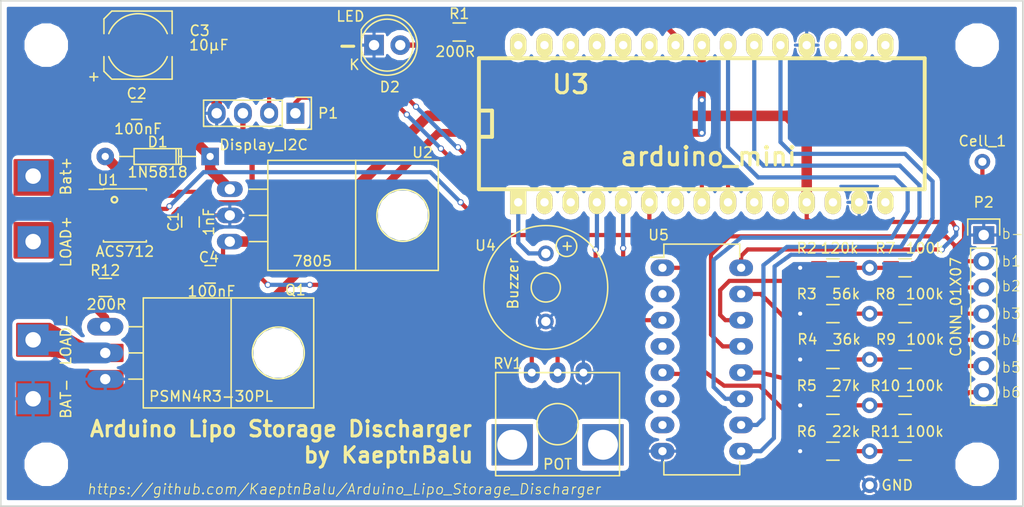
<source format=kicad_pcb>
(kicad_pcb (version 20171130) (host pcbnew "(5.1.12)-1")

  (general
    (thickness 1.6)
    (drawings 16)
    (tracks 264)
    (zones 0)
    (modules 42)
    (nets 52)
  )

  (page A4)
  (layers
    (0 F.Cu signal)
    (31 B.Cu signal)
    (32 B.Adhes user)
    (33 F.Adhes user)
    (34 B.Paste user)
    (35 F.Paste user)
    (36 B.SilkS user)
    (37 F.SilkS user)
    (38 B.Mask user)
    (39 F.Mask user)
    (40 Dwgs.User user)
    (41 Cmts.User user)
    (42 Eco1.User user)
    (43 Eco2.User user)
    (44 Edge.Cuts user)
    (45 Margin user)
    (46 B.CrtYd user)
    (47 F.CrtYd user)
    (48 B.Fab user)
    (49 F.Fab user)
  )

  (setup
    (last_trace_width 0.4064)
    (user_trace_width 0.508)
    (user_trace_width 0.762)
    (user_trace_width 1.016)
    (user_trace_width 1.524)
    (user_trace_width 2.032)
    (trace_clearance 0.2)
    (zone_clearance 0.508)
    (zone_45_only no)
    (trace_min 0.2)
    (via_size 0.6)
    (via_drill 0.4)
    (via_min_size 0.5)
    (via_min_drill 0.4)
    (uvia_size 0.3)
    (uvia_drill 0.1)
    (uvias_allowed no)
    (uvia_min_size 0.2)
    (uvia_min_drill 0.1)
    (edge_width 0.15)
    (segment_width 0.2)
    (pcb_text_width 0.3)
    (pcb_text_size 1.5 1.5)
    (mod_edge_width 0.15)
    (mod_text_size 1 1)
    (mod_text_width 0.15)
    (pad_size 1.5 1.5)
    (pad_drill 0)
    (pad_to_mask_clearance 0.2)
    (aux_axis_origin 60.96 158.75)
    (visible_elements 7FFFFFFF)
    (pcbplotparams
      (layerselection 0x010f0_80000001)
      (usegerberextensions false)
      (usegerberattributes true)
      (usegerberadvancedattributes true)
      (creategerberjobfile true)
      (excludeedgelayer true)
      (linewidth 0.100000)
      (plotframeref false)
      (viasonmask false)
      (mode 1)
      (useauxorigin true)
      (hpglpennumber 1)
      (hpglpenspeed 20)
      (hpglpendiameter 15.000000)
      (psnegative false)
      (psa4output false)
      (plotreference true)
      (plotvalue true)
      (plotinvisibletext false)
      (padsonsilk false)
      (subtractmaskfromsilk true)
      (outputformat 1)
      (mirror false)
      (drillshape 0)
      (scaleselection 1)
      (outputdirectory "Gerber/"))
  )

  (net 0 "")
  (net 1 Bat-)
  (net 2 "Net-(C1-Pad2)")
  (net 3 "Net-(C2-Pad1)")
  (net 4 VCC)
  (net 5 Bat+)
  (net 6 "Net-(D2-Pad2)")
  (net 7 SDA)
  (net 8 SCL)
  (net 9 "Net-(P2-Pad3)")
  (net 10 "Net-(P2-Pad4)")
  (net 11 "Net-(P2-Pad5)")
  (net 12 "Net-(P2-Pad6)")
  (net 13 "Net-(P2-Pad7)")
  (net 14 "Net-(Q1-Pad1)")
  (net 15 D6)
  (net 16 LOAD-)
  (net 17 A2)
  (net 18 "Net-(U3-Pad2)")
  (net 19 "Net-(U3-Pad3)")
  (net 20 "Net-(RV1-Pad2)")
  (net 21 A1)
  (net 22 "Net-(U3-Pad7)")
  (net 23 "Net-(U3-Pad10)")
  (net 24 "Net-(U3-Pad11)")
  (net 25 "Net-(U3-Pad13)")
  (net 26 "Net-(U3-Pad15)")
  (net 27 "Net-(U3-Pad16)")
  (net 28 "Net-(U3-Pad17)")
  (net 29 "Net-(U3-Pad18)")
  (net 30 D2)
  (net 31 D3)
  (net 32 D4)
  (net 33 "Net-(U3-Pad25)")
  (net 34 "Net-(U3-Pad26)")
  (net 35 "Net-(U3-Pad28)")
  (net 36 "Net-(U3-Pad29)")
  (net 37 "Net-(U3-Pad30)")
  (net 38 "Net-(U5-Pad2)")
  (net 39 "Net-(U5-Pad4)")
  (net 40 "Net-(U5-Pad6)")
  (net 41 "Net-(U5-Pad7)")
  (net 42 Input+)
  (net 43 "Net-(R12-Pad1)")
  (net 44 D13)
  (net 45 "Net-(U3-Pad27)")
  (net 46 /Cell_1)
  (net 47 /Cell_2)
  (net 48 /Cell_3)
  (net 49 /Cell_4)
  (net 50 /Cell_5)
  (net 51 /Cell_6)

  (net_class Default "This is the default net class."
    (clearance 0.2)
    (trace_width 0.4064)
    (via_dia 0.6)
    (via_drill 0.4)
    (uvia_dia 0.3)
    (uvia_drill 0.1)
    (add_net /Cell_1)
    (add_net /Cell_2)
    (add_net /Cell_3)
    (add_net /Cell_4)
    (add_net /Cell_5)
    (add_net /Cell_6)
    (add_net A1)
    (add_net A2)
    (add_net Bat+)
    (add_net Bat-)
    (add_net D13)
    (add_net D2)
    (add_net D3)
    (add_net D4)
    (add_net D6)
    (add_net Input+)
    (add_net LOAD-)
    (add_net "Net-(C1-Pad2)")
    (add_net "Net-(C2-Pad1)")
    (add_net "Net-(D2-Pad2)")
    (add_net "Net-(P2-Pad3)")
    (add_net "Net-(P2-Pad4)")
    (add_net "Net-(P2-Pad5)")
    (add_net "Net-(P2-Pad6)")
    (add_net "Net-(P2-Pad7)")
    (add_net "Net-(Q1-Pad1)")
    (add_net "Net-(R12-Pad1)")
    (add_net "Net-(RV1-Pad2)")
    (add_net "Net-(U3-Pad10)")
    (add_net "Net-(U3-Pad11)")
    (add_net "Net-(U3-Pad13)")
    (add_net "Net-(U3-Pad15)")
    (add_net "Net-(U3-Pad16)")
    (add_net "Net-(U3-Pad17)")
    (add_net "Net-(U3-Pad18)")
    (add_net "Net-(U3-Pad2)")
    (add_net "Net-(U3-Pad25)")
    (add_net "Net-(U3-Pad26)")
    (add_net "Net-(U3-Pad27)")
    (add_net "Net-(U3-Pad28)")
    (add_net "Net-(U3-Pad29)")
    (add_net "Net-(U3-Pad3)")
    (add_net "Net-(U3-Pad30)")
    (add_net "Net-(U3-Pad7)")
    (add_net "Net-(U5-Pad2)")
    (add_net "Net-(U5-Pad4)")
    (add_net "Net-(U5-Pad6)")
    (add_net "Net-(U5-Pad7)")
    (add_net SCL)
    (add_net SDA)
    (add_net VCC)
  )

  (net_class Power ""
    (clearance 0.2)
    (trace_width 1)
    (via_dia 0.6)
    (via_drill 0.4)
    (uvia_dia 0.3)
    (uvia_drill 0.1)
  )

  (module Mounting_Holes:MountingHole_3.2mm_M3 (layer F.Cu) (tedit 582B0F9F) (tstamp 5829C56B)
    (at 155.575 154.94)
    (descr "Mounting Hole 3.2mm, no annular, M3")
    (tags "mounting hole 3.2mm no annular m3")
    (fp_text reference REF** (at -11.43 6.985) (layer F.SilkS) hide
      (effects (font (size 1 1) (thickness 0.15)))
    )
    (fp_text value MountingHole_3.2mm_M3 (at -4.445 5.08) (layer F.Fab) hide
      (effects (font (size 1 1) (thickness 0.15)))
    )
    (fp_circle (center 0 0) (end 3.45 0) (layer F.CrtYd) (width 0.05))
    (fp_circle (center 0 0) (end 3.2 0) (layer Cmts.User) (width 0.15))
    (pad 1 np_thru_hole circle (at 0 0) (size 3.2 3.2) (drill 3.2) (layers *.Cu *.Mask))
  )

  (module Mounting_Holes:MountingHole_3.2mm_M3 (layer F.Cu) (tedit 5829E0C0) (tstamp 5829C563)
    (at 65.405 154.94)
    (descr "Mounting Hole 3.2mm, no annular, M3")
    (tags "mounting hole 3.2mm no annular m3")
    (fp_text reference REF** (at -2.54 6.35) (layer F.SilkS) hide
      (effects (font (size 1 1) (thickness 0.15)))
    )
    (fp_text value MountingHole_3.2mm_M3 (at 4.445 5.08 180) (layer F.Fab) hide
      (effects (font (size 1 1) (thickness 0.15)))
    )
    (fp_circle (center 0 0) (end 3.45 0) (layer F.CrtYd) (width 0.05))
    (fp_circle (center 0 0) (end 3.2 0) (layer Cmts.User) (width 0.15))
    (pad 1 np_thru_hole circle (at 0 0) (size 3.2 3.2) (drill 3.2) (layers *.Cu *.Mask))
  )

  (module Mounting_Holes:MountingHole_3.2mm_M3 (layer F.Cu) (tedit 582B0F93) (tstamp 5829C555)
    (at 155.575 114.3)
    (descr "Mounting Hole 3.2mm, no annular, M3")
    (tags "mounting hole 3.2mm no annular m3")
    (fp_text reference REF** (at -12.065 -6.985) (layer F.SilkS) hide
      (effects (font (size 1 1) (thickness 0.15)))
    )
    (fp_text value MountingHole_3.2mm_M3 (at -5.08 -5.715) (layer F.Fab) hide
      (effects (font (size 1 1) (thickness 0.15)))
    )
    (fp_circle (center 0 0) (end 3.45 0) (layer F.CrtYd) (width 0.05))
    (fp_circle (center 0 0) (end 3.2 0) (layer Cmts.User) (width 0.15))
    (pad 1 np_thru_hole circle (at 0 0) (size 3.2 3.2) (drill 3.2) (layers *.Cu *.Mask))
  )

  (module Capacitors_SMD:C_0805_HandSoldering (layer F.Cu) (tedit 582C5C1F) (tstamp 5829B676)
    (at 79.375 131.445 90)
    (descr "Capacitor SMD 0805, hand soldering")
    (tags "capacitor 0805")
    (path /5825AFA6)
    (attr smd)
    (fp_text reference C1 (at 0 -1.651 90) (layer F.SilkS)
      (effects (font (size 1 1) (thickness 0.15)))
    )
    (fp_text value 1nF (at 0 1.778 90) (layer F.SilkS)
      (effects (font (size 1 1) (thickness 0.15)))
    )
    (fp_line (start -0.5 0.85) (end 0.5 0.85) (layer F.SilkS) (width 0.15))
    (fp_line (start 0.5 -0.85) (end -0.5 -0.85) (layer F.SilkS) (width 0.15))
    (fp_line (start 2.3 -1) (end 2.3 1) (layer F.CrtYd) (width 0.05))
    (fp_line (start -2.3 -1) (end -2.3 1) (layer F.CrtYd) (width 0.05))
    (fp_line (start -2.3 1) (end 2.3 1) (layer F.CrtYd) (width 0.05))
    (fp_line (start -2.3 -1) (end 2.3 -1) (layer F.CrtYd) (width 0.05))
    (fp_line (start -1 -0.625) (end 1 -0.625) (layer F.Fab) (width 0.15))
    (fp_line (start 1 -0.625) (end 1 0.625) (layer F.Fab) (width 0.15))
    (fp_line (start 1 0.625) (end -1 0.625) (layer F.Fab) (width 0.15))
    (fp_line (start -1 0.625) (end -1 -0.625) (layer F.Fab) (width 0.15))
    (pad 1 smd rect (at -1.25 0 90) (size 1.5 1.25) (layers F.Cu F.Paste F.Mask)
      (net 1 Bat-))
    (pad 2 smd rect (at 1.25 0 90) (size 1.5 1.25) (layers F.Cu F.Paste F.Mask)
      (net 2 "Net-(C1-Pad2)"))
    (model Capacitors_SMD.3dshapes/C_0805_HandSoldering.wrl
      (at (xyz 0 0 0))
      (scale (xyz 1 1 1))
      (rotate (xyz 0 0 0))
    )
  )

  (module Capacitors_SMD:C_0805_HandSoldering (layer F.Cu) (tedit 582C5AE8) (tstamp 5829B67C)
    (at 74.168 120.65)
    (descr "Capacitor SMD 0805, hand soldering")
    (tags "capacitor 0805")
    (path /58256A81)
    (attr smd)
    (fp_text reference C2 (at 0 -1.651) (layer F.SilkS)
      (effects (font (size 1 1) (thickness 0.15)))
    )
    (fp_text value 100nF (at 0.127 1.778) (layer F.SilkS)
      (effects (font (size 1 1) (thickness 0.15)))
    )
    (fp_line (start -0.5 0.85) (end 0.5 0.85) (layer F.SilkS) (width 0.15))
    (fp_line (start 0.5 -0.85) (end -0.5 -0.85) (layer F.SilkS) (width 0.15))
    (fp_line (start 2.3 -1) (end 2.3 1) (layer F.CrtYd) (width 0.05))
    (fp_line (start -2.3 -1) (end -2.3 1) (layer F.CrtYd) (width 0.05))
    (fp_line (start -2.3 1) (end 2.3 1) (layer F.CrtYd) (width 0.05))
    (fp_line (start -2.3 -1) (end 2.3 -1) (layer F.CrtYd) (width 0.05))
    (fp_line (start -1 -0.625) (end 1 -0.625) (layer F.Fab) (width 0.15))
    (fp_line (start 1 -0.625) (end 1 0.625) (layer F.Fab) (width 0.15))
    (fp_line (start 1 0.625) (end -1 0.625) (layer F.Fab) (width 0.15))
    (fp_line (start -1 0.625) (end -1 -0.625) (layer F.Fab) (width 0.15))
    (pad 1 smd rect (at -1.25 0) (size 1.5 1.25) (layers F.Cu F.Paste F.Mask)
      (net 3 "Net-(C2-Pad1)"))
    (pad 2 smd rect (at 1.25 0) (size 1.5 1.25) (layers F.Cu F.Paste F.Mask)
      (net 1 Bat-))
    (model Capacitors_SMD.3dshapes/C_0805_HandSoldering.wrl
      (at (xyz 0 0 0))
      (scale (xyz 1 1 1))
      (rotate (xyz 0 0 0))
    )
  )

  (module Capacitors_SMD:c_elec_6.3x5.3 (layer F.Cu) (tedit 582C5ADE) (tstamp 5829B682)
    (at 74.295 114.3)
    (descr "SMT capacitor, aluminium electrolytic, 6.3x5.3")
    (path /58256C89)
    (attr smd)
    (fp_text reference C3 (at 5.969 -1.397) (layer F.SilkS)
      (effects (font (size 1 1) (thickness 0.15)))
    )
    (fp_text value 10µF (at 6.858 0) (layer F.SilkS)
      (effects (font (size 1 1) (thickness 0.15)))
    )
    (fp_line (start -2.54 -3.302) (end 3.302 -3.302) (layer F.SilkS) (width 0.15))
    (fp_line (start -3.302 -2.54) (end -2.54 -3.302) (layer F.SilkS) (width 0.15))
    (fp_line (start -2.54 3.302) (end -3.302 2.54) (layer F.SilkS) (width 0.15))
    (fp_line (start 3.302 3.302) (end -2.54 3.302) (layer F.SilkS) (width 0.15))
    (fp_line (start 4.85 3.65) (end 4.85 -3.65) (layer F.CrtYd) (width 0.05))
    (fp_line (start -4.85 3.65) (end 4.85 3.65) (layer F.CrtYd) (width 0.05))
    (fp_line (start -4.85 -3.65) (end -4.85 3.65) (layer F.CrtYd) (width 0.05))
    (fp_line (start 4.85 -3.65) (end -4.85 -3.65) (layer F.CrtYd) (width 0.05))
    (fp_line (start -3.302 -2.54) (end -3.302 -1.1176) (layer F.SilkS) (width 0.15))
    (fp_line (start -3.302 2.54) (end -3.302 1.1176) (layer F.SilkS) (width 0.15))
    (fp_line (start 3.302 -3.302) (end 3.302 -1.1176) (layer F.SilkS) (width 0.15))
    (fp_line (start 3.302 3.302) (end 3.302 1.1176) (layer F.SilkS) (width 0.15))
    (fp_line (start 3.1496 -3.1496) (end -2.4765 -3.1496) (layer F.Fab) (width 0.15))
    (fp_line (start -2.4765 -3.1496) (end -3.1496 -2.4765) (layer F.Fab) (width 0.15))
    (fp_line (start -3.1496 -2.4765) (end -3.1496 2.4765) (layer F.Fab) (width 0.15))
    (fp_line (start -3.1496 2.4765) (end -2.4765 3.1496) (layer F.Fab) (width 0.15))
    (fp_line (start -2.4765 3.1496) (end 3.1496 3.1496) (layer F.Fab) (width 0.15))
    (fp_line (start 3.1496 3.1496) (end 3.1496 -3.1496) (layer F.Fab) (width 0.15))
    (fp_text user + (at -1.7526 -0.0762) (layer F.Fab)
      (effects (font (size 1 1) (thickness 0.15)))
    )
    (fp_arc (start 0 0) (end 2.8321 1.1176) (angle 136.9700905) (layer F.SilkS) (width 0.15))
    (fp_arc (start 0 0) (end -2.8321 -1.1176) (angle 136.9297483) (layer F.SilkS) (width 0.15))
    (fp_text user + (at -4.2799 3.0099) (layer F.SilkS)
      (effects (font (size 1 1) (thickness 0.15)))
    )
    (pad 1 smd rect (at -2.7 0 180) (size 3.5 1.6) (layers F.Cu F.Paste F.Mask)
      (net 3 "Net-(C2-Pad1)"))
    (pad 2 smd rect (at 2.7 0 180) (size 3.5 1.6) (layers F.Cu F.Paste F.Mask)
      (net 1 Bat-))
    (model Capacitors_SMD.3dshapes/c_elec_6.3x5.3.wrl
      (at (xyz 0 0 0))
      (scale (xyz 1 1 1))
      (rotate (xyz 0 0 180))
    )
  )

  (module Capacitors_SMD:C_0805_HandSoldering (layer F.Cu) (tedit 582C5C1C) (tstamp 5829B688)
    (at 81.28 136.525 180)
    (descr "Capacitor SMD 0805, hand soldering")
    (tags "capacitor 0805")
    (path /58256AE4)
    (attr smd)
    (fp_text reference C4 (at 0.127 1.651 180) (layer F.SilkS)
      (effects (font (size 1 1) (thickness 0.15)))
    )
    (fp_text value 100nF (at -0.127 -1.651 180) (layer F.SilkS)
      (effects (font (size 1 1) (thickness 0.15)))
    )
    (fp_line (start -0.5 0.85) (end 0.5 0.85) (layer F.SilkS) (width 0.15))
    (fp_line (start 0.5 -0.85) (end -0.5 -0.85) (layer F.SilkS) (width 0.15))
    (fp_line (start 2.3 -1) (end 2.3 1) (layer F.CrtYd) (width 0.05))
    (fp_line (start -2.3 -1) (end -2.3 1) (layer F.CrtYd) (width 0.05))
    (fp_line (start -2.3 1) (end 2.3 1) (layer F.CrtYd) (width 0.05))
    (fp_line (start -2.3 -1) (end 2.3 -1) (layer F.CrtYd) (width 0.05))
    (fp_line (start -1 -0.625) (end 1 -0.625) (layer F.Fab) (width 0.15))
    (fp_line (start 1 -0.625) (end 1 0.625) (layer F.Fab) (width 0.15))
    (fp_line (start 1 0.625) (end -1 0.625) (layer F.Fab) (width 0.15))
    (fp_line (start -1 0.625) (end -1 -0.625) (layer F.Fab) (width 0.15))
    (pad 1 smd rect (at -1.25 0 180) (size 1.5 1.25) (layers F.Cu F.Paste F.Mask)
      (net 4 VCC))
    (pad 2 smd rect (at 1.25 0 180) (size 1.5 1.25) (layers F.Cu F.Paste F.Mask)
      (net 1 Bat-))
    (model Capacitors_SMD.3dshapes/C_0805_HandSoldering.wrl
      (at (xyz 0 0 0))
      (scale (xyz 1 1 1))
      (rotate (xyz 0 0 0))
    )
  )

  (module Diodes_ThroughHole:Diode_DO-35_SOD27_Horizontal_RM10 (layer F.Cu) (tedit 582C5BE8) (tstamp 5829B68E)
    (at 81.28 125.095 180)
    (descr "Diode, DO-35,  SOD27, Horizontal, RM 10mm")
    (tags "Diode, DO-35, SOD27, Horizontal, RM 10mm, 1N4148,")
    (path /58259120)
    (fp_text reference D1 (at 5.08 1.397 180) (layer F.SilkS)
      (effects (font (size 1 1) (thickness 0.15)))
    )
    (fp_text value 1N5818 (at 5.08 -1.524 180) (layer F.SilkS)
      (effects (font (size 1 1) (thickness 0.15)))
    )
    (fp_line (start 2.79452 -0.76454) (end 2.79452 -0.00254) (layer F.SilkS) (width 0.15))
    (fp_line (start 7.36652 -0.76454) (end 2.79452 -0.76454) (layer F.SilkS) (width 0.15))
    (fp_line (start 7.36652 0.75946) (end 7.36652 -0.76454) (layer F.SilkS) (width 0.15))
    (fp_line (start 2.79452 0.75946) (end 7.36652 0.75946) (layer F.SilkS) (width 0.15))
    (fp_line (start 2.79452 -0.00254) (end 2.79452 0.75946) (layer F.SilkS) (width 0.15))
    (fp_line (start 3.04852 -0.76454) (end 3.04852 0.75946) (layer F.SilkS) (width 0.15))
    (fp_line (start 3.30252 -0.76454) (end 3.30252 0.75946) (layer F.SilkS) (width 0.15))
    (fp_line (start 2.92152 -0.00254) (end 1.39752 -0.00254) (layer F.SilkS) (width 0.15))
    (fp_line (start 7.36652 -0.00254) (end 8.76352 -0.00254) (layer F.SilkS) (width 0.15))
    (pad 2 thru_hole circle (at 10.16052 -0.00254) (size 1.69926 1.69926) (drill 0.70104) (layers *.Cu *.Mask)
      (net 42 Input+))
    (pad 1 thru_hole rect (at 0.00052 -0.00254) (size 1.69926 1.69926) (drill 0.70104) (layers *.Cu *.Mask)
      (net 3 "Net-(C2-Pad1)"))
    (model Diodes_ThroughHole.3dshapes/Diode_DO-35_SOD27_Horizontal_RM10.wrl
      (offset (xyz 5.079999923706055 0 0))
      (scale (xyz 0.4 0.4 0.4))
      (rotate (xyz 0 0 180))
    )
  )

  (module LEDs:LED-5MM (layer F.Cu) (tedit 582C5C3E) (tstamp 5829B694)
    (at 97.155 114.3)
    (descr "LED 5mm round vertical")
    (tags "LED 5mm round vertical")
    (path /5825F60F)
    (fp_text reference D2 (at 1.524 4.064) (layer F.SilkS)
      (effects (font (size 1 1) (thickness 0.15)))
    )
    (fp_text value LED (at -2.286 -2.794) (layer F.SilkS)
      (effects (font (size 1 1) (thickness 0.15)))
    )
    (fp_circle (center 1.27 0) (end 0.97 -2.5) (layer F.SilkS) (width 0.15))
    (fp_line (start -1.23 1.5) (end -1.23 -1.5) (layer F.SilkS) (width 0.15))
    (fp_line (start -1.5 -1.55) (end -1.5 1.55) (layer F.CrtYd) (width 0.05))
    (fp_arc (start 1.3 0) (end -1.5 1.55) (angle -302) (layer F.CrtYd) (width 0.05))
    (fp_arc (start 1.27 0) (end -1.23 -1.5) (angle 297.5) (layer F.SilkS) (width 0.15))
    (fp_text user K (at -1.905 1.905) (layer F.SilkS)
      (effects (font (size 1 1) (thickness 0.15)))
    )
    (pad 1 thru_hole rect (at 0 0 90) (size 2 1.9) (drill 1.00076) (layers *.Cu *.Mask)
      (net 1 Bat-))
    (pad 2 thru_hole circle (at 2.54 0) (size 1.9 1.9) (drill 1.00076) (layers *.Cu *.Mask)
      (net 6 "Net-(D2-Pad2)"))
    (model LEDs.3dshapes/LED-5MM.wrl
      (offset (xyz 1.269999980926514 0 0))
      (scale (xyz 1 1 1))
      (rotate (xyz 0 0 90))
    )
  )

  (module Socket_Strips:Socket_Strip_Straight_1x04 (layer F.Cu) (tedit 582C5AD5) (tstamp 5829B69C)
    (at 89.535 120.904 180)
    (descr "Through hole socket strip")
    (tags "socket strip")
    (path /582628A8)
    (fp_text reference P1 (at -3.175 0 180) (layer F.SilkS)
      (effects (font (size 1 1) (thickness 0.15)))
    )
    (fp_text value Display_I2C (at 3.08 -3.065 180) (layer F.SilkS)
      (effects (font (size 1 1) (thickness 0.15)))
    )
    (fp_line (start -1.55 -1.55) (end -1.55 1.55) (layer F.SilkS) (width 0.15))
    (fp_line (start 0 -1.55) (end -1.55 -1.55) (layer F.SilkS) (width 0.15))
    (fp_line (start 1.27 1.27) (end 1.27 -1.27) (layer F.SilkS) (width 0.15))
    (fp_line (start 8.89 -1.27) (end 8.89 1.27) (layer F.SilkS) (width 0.15))
    (fp_line (start -1.55 1.55) (end 0 1.55) (layer F.SilkS) (width 0.15))
    (fp_line (start 1.27 1.27) (end 8.89 1.27) (layer F.SilkS) (width 0.15))
    (fp_line (start 1.27 -1.27) (end 8.89 -1.27) (layer F.SilkS) (width 0.15))
    (fp_line (start -1.75 1.75) (end 9.4 1.75) (layer F.CrtYd) (width 0.05))
    (fp_line (start -1.75 -1.75) (end 9.4 -1.75) (layer F.CrtYd) (width 0.05))
    (fp_line (start 9.4 -1.75) (end 9.4 1.75) (layer F.CrtYd) (width 0.05))
    (fp_line (start -1.75 -1.75) (end -1.75 1.75) (layer F.CrtYd) (width 0.05))
    (pad 1 thru_hole rect (at 0 0 180) (size 1.7272 2.032) (drill 1.016) (layers *.Cu *.Mask)
      (net 7 SDA))
    (pad 2 thru_hole oval (at 2.54 0 180) (size 1.7272 2.032) (drill 1.016) (layers *.Cu *.Mask)
      (net 8 SCL))
    (pad 3 thru_hole oval (at 5.08 0 180) (size 1.7272 2.032) (drill 1.016) (layers *.Cu *.Mask)
      (net 4 VCC))
    (pad 4 thru_hole oval (at 7.62 0 180) (size 1.7272 2.032) (drill 1.016) (layers *.Cu *.Mask)
      (net 1 Bat-))
    (model Socket_Strips.3dshapes/Socket_Strip_Straight_1x04.wrl
      (offset (xyz 3.809999942779541 0 0))
      (scale (xyz 1 1 1))
      (rotate (xyz 0 0 180))
    )
  )

  (module Pin_Headers:Pin_Header_Straight_1x07 (layer F.Cu) (tedit 582C5C9E) (tstamp 5829B6A7)
    (at 156.21 132.715)
    (descr "Through hole pin header")
    (tags "pin header")
    (path /5824BD1B)
    (fp_text reference P2 (at 0 -3.175) (layer F.SilkS)
      (effects (font (size 1 1) (thickness 0.15)))
    )
    (fp_text value CONN_01X07 (at -2.695 6.97 90) (layer F.SilkS)
      (effects (font (size 1 1) (thickness 0.15)))
    )
    (fp_line (start -1.55 -1.55) (end 1.55 -1.55) (layer F.SilkS) (width 0.15))
    (fp_line (start -1.55 0) (end -1.55 -1.55) (layer F.SilkS) (width 0.15))
    (fp_line (start 1.27 1.27) (end -1.27 1.27) (layer F.SilkS) (width 0.15))
    (fp_line (start 1.55 -1.55) (end 1.55 0) (layer F.SilkS) (width 0.15))
    (fp_line (start -1.27 16.51) (end -1.27 1.27) (layer F.SilkS) (width 0.15))
    (fp_line (start 1.27 16.51) (end -1.27 16.51) (layer F.SilkS) (width 0.15))
    (fp_line (start 1.27 1.27) (end 1.27 16.51) (layer F.SilkS) (width 0.15))
    (fp_line (start -1.75 17) (end 1.75 17) (layer F.CrtYd) (width 0.05))
    (fp_line (start -1.75 -1.75) (end 1.75 -1.75) (layer F.CrtYd) (width 0.05))
    (fp_line (start 1.75 -1.75) (end 1.75 17) (layer F.CrtYd) (width 0.05))
    (fp_line (start -1.75 -1.75) (end -1.75 17) (layer F.CrtYd) (width 0.05))
    (pad 1 thru_hole rect (at 0 0) (size 2.032 1.7272) (drill 1.016) (layers *.Cu *.Mask)
      (net 1 Bat-))
    (pad 2 thru_hole oval (at 0 2.54) (size 2.032 1.7272) (drill 1.016) (layers *.Cu *.Mask)
      (net 46 /Cell_1))
    (pad 3 thru_hole oval (at 0 5.08) (size 2.032 1.7272) (drill 1.016) (layers *.Cu *.Mask)
      (net 9 "Net-(P2-Pad3)"))
    (pad 4 thru_hole oval (at 0 7.62) (size 2.032 1.7272) (drill 1.016) (layers *.Cu *.Mask)
      (net 10 "Net-(P2-Pad4)"))
    (pad 5 thru_hole oval (at 0 10.16) (size 2.032 1.7272) (drill 1.016) (layers *.Cu *.Mask)
      (net 11 "Net-(P2-Pad5)"))
    (pad 6 thru_hole oval (at 0 12.7) (size 2.032 1.7272) (drill 1.016) (layers *.Cu *.Mask)
      (net 12 "Net-(P2-Pad6)"))
    (pad 7 thru_hole oval (at 0 15.24) (size 2.032 1.7272) (drill 1.016) (layers *.Cu *.Mask)
      (net 13 "Net-(P2-Pad7)"))
    (model Pin_Headers.3dshapes/Pin_Header_Straight_1x07.wrl
      (offset (xyz 0 -7.619999885559082 0))
      (scale (xyz 1 1 1))
      (rotate (xyz 0 0 90))
    )
  )

  (module TO_SOT_Packages_THT:TO-220_Neutral123_Horizontal_LargePads (layer F.Cu) (tedit 582C5C2E) (tstamp 5829B6AF)
    (at 71.12 144.145 270)
    (descr "TO-220, Neutral, Horizontal, Large Pads,")
    (tags "TO-220, Neutral, Horizontal, Large Pads,")
    (path /58255579)
    (fp_text reference Q1 (at -6.096 -18.415) (layer F.SilkS)
      (effects (font (size 1 1) (thickness 0.15)))
    )
    (fp_text value PSMN4R3-30PL (at 4.21 -10.25) (layer F.SilkS)
      (effects (font (size 1 1) (thickness 0.15)))
    )
    (fp_line (start 0 -3.683) (end 5.334 -3.683) (layer F.SilkS) (width 0.15))
    (fp_line (start 0 -3.683) (end -5.334 -3.683) (layer F.SilkS) (width 0.15))
    (fp_line (start -5.334 -12.192) (end -5.334 -3.683) (layer F.SilkS) (width 0.15))
    (fp_line (start 5.334 -12.192) (end -5.334 -12.192) (layer F.SilkS) (width 0.15))
    (fp_line (start 5.334 -3.683) (end 5.334 -12.192) (layer F.SilkS) (width 0.15))
    (fp_line (start -5.334 -20.193) (end -5.334 -12.192) (layer F.SilkS) (width 0.15))
    (fp_line (start 5.334 -20.193) (end -5.334 -20.193) (layer F.SilkS) (width 0.15))
    (fp_line (start 5.334 -12.192) (end 5.334 -20.193) (layer F.SilkS) (width 0.15))
    (fp_circle (center 0 -16.764) (end 1.778 -14.986) (layer F.SilkS) (width 0.15))
    (fp_line (start 2.54 -3.683) (end 2.54 -2.286) (layer F.SilkS) (width 0.15))
    (fp_line (start 0 -3.683) (end 0 -2.286) (layer F.SilkS) (width 0.15))
    (fp_line (start -2.54 -3.683) (end -2.54 -2.286) (layer F.SilkS) (width 0.15))
    (pad 2 thru_hole oval (at 0 0) (size 3.50012 1.69926) (drill 1.00076) (layers *.Cu *.Mask)
      (net 16 LOAD-))
    (pad 1 thru_hole oval (at -2.54 0) (size 3.50012 1.69926) (drill 1.00076) (layers *.Cu *.Mask)
      (net 14 "Net-(Q1-Pad1)"))
    (pad 3 thru_hole oval (at 2.54 0) (size 3.50012 1.69926) (drill 1.00076) (layers *.Cu *.Mask)
      (net 1 Bat-))
    (pad "" np_thru_hole circle (at 0 -16.764) (size 3.79984 3.79984) (drill 3.79984) (layers *.Cu *.Mask))
    (model TO_SOT_Packages_THT.3dshapes/TO-220_Neutral123_Horizontal_LargePads.wrl
      (at (xyz 0 0 0))
      (scale (xyz 0.3937 0.3937 0.3937))
      (rotate (xyz 0 0 0))
    )
  )

  (module Resistors_SMD:R_0805_HandSoldering (layer F.Cu) (tedit 582C5C4B) (tstamp 5829B6B5)
    (at 105.41 113.03)
    (descr "Resistor SMD 0805, hand soldering")
    (tags "resistor 0805")
    (path /5825FCB1)
    (attr smd)
    (fp_text reference R1 (at 0 -1.778) (layer F.SilkS)
      (effects (font (size 1 1) (thickness 0.15)))
    )
    (fp_text value 200R (at -0.381 1.905) (layer F.SilkS)
      (effects (font (size 1 1) (thickness 0.15)))
    )
    (fp_line (start -0.6 -0.875) (end 0.6 -0.875) (layer F.SilkS) (width 0.15))
    (fp_line (start 0.6 0.875) (end -0.6 0.875) (layer F.SilkS) (width 0.15))
    (fp_line (start 2.4 -1) (end 2.4 1) (layer F.CrtYd) (width 0.05))
    (fp_line (start -2.4 -1) (end -2.4 1) (layer F.CrtYd) (width 0.05))
    (fp_line (start -2.4 1) (end 2.4 1) (layer F.CrtYd) (width 0.05))
    (fp_line (start -2.4 -1) (end 2.4 -1) (layer F.CrtYd) (width 0.05))
    (pad 1 smd rect (at -1.35 0) (size 1.5 1.3) (layers F.Cu F.Paste F.Mask)
      (net 6 "Net-(D2-Pad2)"))
    (pad 2 smd rect (at 1.35 0) (size 1.5 1.3) (layers F.Cu F.Paste F.Mask)
      (net 15 D6))
    (model Resistors_SMD.3dshapes/R_0805_HandSoldering.wrl
      (at (xyz 0 0 0))
      (scale (xyz 1 1 1))
      (rotate (xyz 0 0 0))
    )
  )

  (module Resistors_SMD:R_0805_HandSoldering (layer F.Cu) (tedit 582C5C6E) (tstamp 5829B6BB)
    (at 141.605 135.89 180)
    (descr "Resistor SMD 0805, hand soldering")
    (tags "resistor 0805")
    (path /5824B402)
    (attr smd)
    (fp_text reference R2 (at 2.54 1.905 180) (layer F.SilkS)
      (effects (font (size 1 1) (thickness 0.15)))
    )
    (fp_text value 120k (at -0.635 1.905 180) (layer F.SilkS)
      (effects (font (size 1 1) (thickness 0.15)))
    )
    (fp_line (start -0.6 -0.875) (end 0.6 -0.875) (layer F.SilkS) (width 0.15))
    (fp_line (start 0.6 0.875) (end -0.6 0.875) (layer F.SilkS) (width 0.15))
    (fp_line (start 2.4 -1) (end 2.4 1) (layer F.CrtYd) (width 0.05))
    (fp_line (start -2.4 -1) (end -2.4 1) (layer F.CrtYd) (width 0.05))
    (fp_line (start -2.4 1) (end 2.4 1) (layer F.CrtYd) (width 0.05))
    (fp_line (start -2.4 -1) (end 2.4 -1) (layer F.CrtYd) (width 0.05))
    (pad 1 smd rect (at -1.35 0 180) (size 1.5 1.3) (layers F.Cu F.Paste F.Mask)
      (net 47 /Cell_2))
    (pad 2 smd rect (at 1.35 0 180) (size 1.5 1.3) (layers F.Cu F.Paste F.Mask)
      (net 1 Bat-))
    (model Resistors_SMD.3dshapes/R_0805_HandSoldering.wrl
      (at (xyz 0 0 0))
      (scale (xyz 1 1 1))
      (rotate (xyz 0 0 0))
    )
  )

  (module Resistors_SMD:R_0805_HandSoldering (layer F.Cu) (tedit 582C5C7A) (tstamp 5829B6C1)
    (at 141.605 140.335 180)
    (descr "Resistor SMD 0805, hand soldering")
    (tags "resistor 0805")
    (path /5824C088)
    (attr smd)
    (fp_text reference R3 (at 2.54 1.905 180) (layer F.SilkS)
      (effects (font (size 1 1) (thickness 0.15)))
    )
    (fp_text value 56k (at -1.27 1.905 180) (layer F.SilkS)
      (effects (font (size 1 1) (thickness 0.15)))
    )
    (fp_line (start -0.6 -0.875) (end 0.6 -0.875) (layer F.SilkS) (width 0.15))
    (fp_line (start 0.6 0.875) (end -0.6 0.875) (layer F.SilkS) (width 0.15))
    (fp_line (start 2.4 -1) (end 2.4 1) (layer F.CrtYd) (width 0.05))
    (fp_line (start -2.4 -1) (end -2.4 1) (layer F.CrtYd) (width 0.05))
    (fp_line (start -2.4 1) (end 2.4 1) (layer F.CrtYd) (width 0.05))
    (fp_line (start -2.4 -1) (end 2.4 -1) (layer F.CrtYd) (width 0.05))
    (pad 1 smd rect (at -1.35 0 180) (size 1.5 1.3) (layers F.Cu F.Paste F.Mask)
      (net 48 /Cell_3))
    (pad 2 smd rect (at 1.35 0 180) (size 1.5 1.3) (layers F.Cu F.Paste F.Mask)
      (net 1 Bat-))
    (model Resistors_SMD.3dshapes/R_0805_HandSoldering.wrl
      (at (xyz 0 0 0))
      (scale (xyz 1 1 1))
      (rotate (xyz 0 0 0))
    )
  )

  (module Resistors_SMD:R_0805_HandSoldering (layer F.Cu) (tedit 582C5C82) (tstamp 5829B6C7)
    (at 141.605 144.78 180)
    (descr "Resistor SMD 0805, hand soldering")
    (tags "resistor 0805")
    (path /5824C0BE)
    (attr smd)
    (fp_text reference R4 (at 2.475 1.95 180) (layer F.SilkS)
      (effects (font (size 1 1) (thickness 0.15)))
    )
    (fp_text value 36k (at -1.335 1.95 180) (layer F.SilkS)
      (effects (font (size 1 1) (thickness 0.15)))
    )
    (fp_line (start -0.6 -0.875) (end 0.6 -0.875) (layer F.SilkS) (width 0.15))
    (fp_line (start 0.6 0.875) (end -0.6 0.875) (layer F.SilkS) (width 0.15))
    (fp_line (start 2.4 -1) (end 2.4 1) (layer F.CrtYd) (width 0.05))
    (fp_line (start -2.4 -1) (end -2.4 1) (layer F.CrtYd) (width 0.05))
    (fp_line (start -2.4 1) (end 2.4 1) (layer F.CrtYd) (width 0.05))
    (fp_line (start -2.4 -1) (end 2.4 -1) (layer F.CrtYd) (width 0.05))
    (pad 1 smd rect (at -1.35 0 180) (size 1.5 1.3) (layers F.Cu F.Paste F.Mask)
      (net 49 /Cell_4))
    (pad 2 smd rect (at 1.35 0 180) (size 1.5 1.3) (layers F.Cu F.Paste F.Mask)
      (net 1 Bat-))
    (model Resistors_SMD.3dshapes/R_0805_HandSoldering.wrl
      (at (xyz 0 0 0))
      (scale (xyz 1 1 1))
      (rotate (xyz 0 0 0))
    )
  )

  (module Resistors_SMD:R_0805_HandSoldering (layer F.Cu) (tedit 582C5C89) (tstamp 5829B6CD)
    (at 141.605 149.225 180)
    (descr "Resistor SMD 0805, hand soldering")
    (tags "resistor 0805")
    (path /5824C122)
    (attr smd)
    (fp_text reference R5 (at 2.54 1.905 180) (layer F.SilkS)
      (effects (font (size 1 1) (thickness 0.15)))
    )
    (fp_text value 27k (at -1.27 1.905 180) (layer F.SilkS)
      (effects (font (size 1 1) (thickness 0.15)))
    )
    (fp_line (start -0.6 -0.875) (end 0.6 -0.875) (layer F.SilkS) (width 0.15))
    (fp_line (start 0.6 0.875) (end -0.6 0.875) (layer F.SilkS) (width 0.15))
    (fp_line (start 2.4 -1) (end 2.4 1) (layer F.CrtYd) (width 0.05))
    (fp_line (start -2.4 -1) (end -2.4 1) (layer F.CrtYd) (width 0.05))
    (fp_line (start -2.4 1) (end 2.4 1) (layer F.CrtYd) (width 0.05))
    (fp_line (start -2.4 -1) (end 2.4 -1) (layer F.CrtYd) (width 0.05))
    (pad 1 smd rect (at -1.35 0 180) (size 1.5 1.3) (layers F.Cu F.Paste F.Mask)
      (net 50 /Cell_5))
    (pad 2 smd rect (at 1.35 0 180) (size 1.5 1.3) (layers F.Cu F.Paste F.Mask)
      (net 1 Bat-))
    (model Resistors_SMD.3dshapes/R_0805_HandSoldering.wrl
      (at (xyz 0 0 0))
      (scale (xyz 1 1 1))
      (rotate (xyz 0 0 0))
    )
  )

  (module Resistors_SMD:R_0805_HandSoldering (layer F.Cu) (tedit 582C5C92) (tstamp 5829B6D3)
    (at 141.605 153.67 180)
    (descr "Resistor SMD 0805, hand soldering")
    (tags "resistor 0805")
    (path /5824C18C)
    (attr smd)
    (fp_text reference R6 (at 2.54 1.905 180) (layer F.SilkS)
      (effects (font (size 1 1) (thickness 0.15)))
    )
    (fp_text value 22k (at -1.27 1.905 180) (layer F.SilkS)
      (effects (font (size 1 1) (thickness 0.15)))
    )
    (fp_line (start -0.6 -0.875) (end 0.6 -0.875) (layer F.SilkS) (width 0.15))
    (fp_line (start 0.6 0.875) (end -0.6 0.875) (layer F.SilkS) (width 0.15))
    (fp_line (start 2.4 -1) (end 2.4 1) (layer F.CrtYd) (width 0.05))
    (fp_line (start -2.4 -1) (end -2.4 1) (layer F.CrtYd) (width 0.05))
    (fp_line (start -2.4 1) (end 2.4 1) (layer F.CrtYd) (width 0.05))
    (fp_line (start -2.4 -1) (end 2.4 -1) (layer F.CrtYd) (width 0.05))
    (pad 1 smd rect (at -1.35 0 180) (size 1.5 1.3) (layers F.Cu F.Paste F.Mask)
      (net 51 /Cell_6))
    (pad 2 smd rect (at 1.35 0 180) (size 1.5 1.3) (layers F.Cu F.Paste F.Mask)
      (net 1 Bat-))
    (model Resistors_SMD.3dshapes/R_0805_HandSoldering.wrl
      (at (xyz 0 0 0))
      (scale (xyz 1 1 1))
      (rotate (xyz 0 0 0))
    )
  )

  (module Resistors_SMD:R_0805_HandSoldering (layer F.Cu) (tedit 582C5C73) (tstamp 5829B6D9)
    (at 148.59 135.89 180)
    (descr "Resistor SMD 0805, hand soldering")
    (tags "resistor 0805")
    (path /5824B575)
    (attr smd)
    (fp_text reference R7 (at 1.905 1.905 180) (layer F.SilkS)
      (effects (font (size 1 1) (thickness 0.15)))
    )
    (fp_text value 100k (at -1.905 1.905 180) (layer F.SilkS)
      (effects (font (size 1 1) (thickness 0.15)))
    )
    (fp_line (start -0.6 -0.875) (end 0.6 -0.875) (layer F.SilkS) (width 0.15))
    (fp_line (start 0.6 0.875) (end -0.6 0.875) (layer F.SilkS) (width 0.15))
    (fp_line (start 2.4 -1) (end 2.4 1) (layer F.CrtYd) (width 0.05))
    (fp_line (start -2.4 -1) (end -2.4 1) (layer F.CrtYd) (width 0.05))
    (fp_line (start -2.4 1) (end 2.4 1) (layer F.CrtYd) (width 0.05))
    (fp_line (start -2.4 -1) (end 2.4 -1) (layer F.CrtYd) (width 0.05))
    (pad 1 smd rect (at -1.35 0 180) (size 1.5 1.3) (layers F.Cu F.Paste F.Mask)
      (net 9 "Net-(P2-Pad3)"))
    (pad 2 smd rect (at 1.35 0 180) (size 1.5 1.3) (layers F.Cu F.Paste F.Mask)
      (net 47 /Cell_2))
    (model Resistors_SMD.3dshapes/R_0805_HandSoldering.wrl
      (at (xyz 0 0 0))
      (scale (xyz 1 1 1))
      (rotate (xyz 0 0 0))
    )
  )

  (module Resistors_SMD:R_0805_HandSoldering (layer F.Cu) (tedit 582C5C7E) (tstamp 5829B6DF)
    (at 148.59 140.335 180)
    (descr "Resistor SMD 0805, hand soldering")
    (tags "resistor 0805")
    (path /5824BE9B)
    (attr smd)
    (fp_text reference R8 (at 1.905 1.905 180) (layer F.SilkS)
      (effects (font (size 1 1) (thickness 0.15)))
    )
    (fp_text value 100k (at -1.905 1.905 180) (layer F.SilkS)
      (effects (font (size 1 1) (thickness 0.15)))
    )
    (fp_line (start -0.6 -0.875) (end 0.6 -0.875) (layer F.SilkS) (width 0.15))
    (fp_line (start 0.6 0.875) (end -0.6 0.875) (layer F.SilkS) (width 0.15))
    (fp_line (start 2.4 -1) (end 2.4 1) (layer F.CrtYd) (width 0.05))
    (fp_line (start -2.4 -1) (end -2.4 1) (layer F.CrtYd) (width 0.05))
    (fp_line (start -2.4 1) (end 2.4 1) (layer F.CrtYd) (width 0.05))
    (fp_line (start -2.4 -1) (end 2.4 -1) (layer F.CrtYd) (width 0.05))
    (pad 1 smd rect (at -1.35 0 180) (size 1.5 1.3) (layers F.Cu F.Paste F.Mask)
      (net 10 "Net-(P2-Pad4)"))
    (pad 2 smd rect (at 1.35 0 180) (size 1.5 1.3) (layers F.Cu F.Paste F.Mask)
      (net 48 /Cell_3))
    (model Resistors_SMD.3dshapes/R_0805_HandSoldering.wrl
      (at (xyz 0 0 0))
      (scale (xyz 1 1 1))
      (rotate (xyz 0 0 0))
    )
  )

  (module Resistors_SMD:R_0805_HandSoldering (layer F.Cu) (tedit 582C5C85) (tstamp 5829B6E5)
    (at 148.59 144.78 180)
    (descr "Resistor SMD 0805, hand soldering")
    (tags "resistor 0805")
    (path /5824BEE5)
    (attr smd)
    (fp_text reference R9 (at 1.855 1.95 180) (layer F.SilkS)
      (effects (font (size 1 1) (thickness 0.15)))
    )
    (fp_text value 100k (at -1.955 1.95 180) (layer F.SilkS)
      (effects (font (size 1 1) (thickness 0.15)))
    )
    (fp_line (start -0.6 -0.875) (end 0.6 -0.875) (layer F.SilkS) (width 0.15))
    (fp_line (start 0.6 0.875) (end -0.6 0.875) (layer F.SilkS) (width 0.15))
    (fp_line (start 2.4 -1) (end 2.4 1) (layer F.CrtYd) (width 0.05))
    (fp_line (start -2.4 -1) (end -2.4 1) (layer F.CrtYd) (width 0.05))
    (fp_line (start -2.4 1) (end 2.4 1) (layer F.CrtYd) (width 0.05))
    (fp_line (start -2.4 -1) (end 2.4 -1) (layer F.CrtYd) (width 0.05))
    (pad 1 smd rect (at -1.35 0 180) (size 1.5 1.3) (layers F.Cu F.Paste F.Mask)
      (net 11 "Net-(P2-Pad5)"))
    (pad 2 smd rect (at 1.35 0 180) (size 1.5 1.3) (layers F.Cu F.Paste F.Mask)
      (net 49 /Cell_4))
    (model Resistors_SMD.3dshapes/R_0805_HandSoldering.wrl
      (at (xyz 0 0 0))
      (scale (xyz 1 1 1))
      (rotate (xyz 0 0 0))
    )
  )

  (module Resistors_SMD:R_0805_HandSoldering (layer F.Cu) (tedit 582C5C8D) (tstamp 5829B6EB)
    (at 148.59 149.225 180)
    (descr "Resistor SMD 0805, hand soldering")
    (tags "resistor 0805")
    (path /5824BF12)
    (attr smd)
    (fp_text reference R10 (at 1.905 1.905 180) (layer F.SilkS)
      (effects (font (size 1 1) (thickness 0.15)))
    )
    (fp_text value 100k (at -1.905 1.905 180) (layer F.SilkS)
      (effects (font (size 1 1) (thickness 0.15)))
    )
    (fp_line (start -0.6 -0.875) (end 0.6 -0.875) (layer F.SilkS) (width 0.15))
    (fp_line (start 0.6 0.875) (end -0.6 0.875) (layer F.SilkS) (width 0.15))
    (fp_line (start 2.4 -1) (end 2.4 1) (layer F.CrtYd) (width 0.05))
    (fp_line (start -2.4 -1) (end -2.4 1) (layer F.CrtYd) (width 0.05))
    (fp_line (start -2.4 1) (end 2.4 1) (layer F.CrtYd) (width 0.05))
    (fp_line (start -2.4 -1) (end 2.4 -1) (layer F.CrtYd) (width 0.05))
    (pad 1 smd rect (at -1.35 0 180) (size 1.5 1.3) (layers F.Cu F.Paste F.Mask)
      (net 12 "Net-(P2-Pad6)"))
    (pad 2 smd rect (at 1.35 0 180) (size 1.5 1.3) (layers F.Cu F.Paste F.Mask)
      (net 50 /Cell_5))
    (model Resistors_SMD.3dshapes/R_0805_HandSoldering.wrl
      (at (xyz 0 0 0))
      (scale (xyz 1 1 1))
      (rotate (xyz 0 0 0))
    )
  )

  (module Resistors_SMD:R_0805_HandSoldering (layer F.Cu) (tedit 582C5C96) (tstamp 5829B6F1)
    (at 148.59 153.67 180)
    (descr "Resistor SMD 0805, hand soldering")
    (tags "resistor 0805")
    (path /5824BF42)
    (attr smd)
    (fp_text reference R11 (at 1.905 1.905 180) (layer F.SilkS)
      (effects (font (size 1 1) (thickness 0.15)))
    )
    (fp_text value 100k (at -1.905 1.905 180) (layer F.SilkS)
      (effects (font (size 1 1) (thickness 0.15)))
    )
    (fp_line (start -0.6 -0.875) (end 0.6 -0.875) (layer F.SilkS) (width 0.15))
    (fp_line (start 0.6 0.875) (end -0.6 0.875) (layer F.SilkS) (width 0.15))
    (fp_line (start 2.4 -1) (end 2.4 1) (layer F.CrtYd) (width 0.05))
    (fp_line (start -2.4 -1) (end -2.4 1) (layer F.CrtYd) (width 0.05))
    (fp_line (start -2.4 1) (end 2.4 1) (layer F.CrtYd) (width 0.05))
    (fp_line (start -2.4 -1) (end 2.4 -1) (layer F.CrtYd) (width 0.05))
    (pad 1 smd rect (at -1.35 0 180) (size 1.5 1.3) (layers F.Cu F.Paste F.Mask)
      (net 13 "Net-(P2-Pad7)"))
    (pad 2 smd rect (at 1.35 0 180) (size 1.5 1.3) (layers F.Cu F.Paste F.Mask)
      (net 51 /Cell_6))
    (model Resistors_SMD.3dshapes/R_0805_HandSoldering.wrl
      (at (xyz 0 0 0))
      (scale (xyz 1 1 1))
      (rotate (xyz 0 0 0))
    )
  )

  (module pots_own:RK09K1130A5R (layer F.Cu) (tedit 582C5C60) (tstamp 5829B6FA)
    (at 114.935 146.05 180)
    (path /58252D98)
    (fp_text reference RV1 (at 4.826 0.889 180) (layer F.SilkS)
      (effects (font (size 1 1) (thickness 0.15)))
    )
    (fp_text value POT (at 0 -8.89 180) (layer F.SilkS)
      (effects (font (size 1 1) (thickness 0.15)))
    )
    (fp_line (start 6 0) (end -6 0) (layer F.SilkS) (width 0.15))
    (fp_line (start 6 -10) (end 6 0) (layer F.SilkS) (width 0.15))
    (fp_line (start -6 -10) (end 6 -10) (layer F.SilkS) (width 0.15))
    (fp_line (start -6 0) (end -6 -10) (layer F.SilkS) (width 0.15))
    (fp_circle (center 0 -5) (end 0 -3) (layer F.SilkS) (width 0.15))
    (pad 1 thru_hole oval (at -2.5 0 180) (size 1.524 2) (drill 0.762) (layers *.Cu *.Mask)
      (net 1 Bat-))
    (pad 2 thru_hole oval (at 0 0 180) (size 1.524 2) (drill 0.762) (layers *.Cu *.Mask)
      (net 20 "Net-(RV1-Pad2)"))
    (pad 3 thru_hole oval (at 2.5 0 180) (size 1.524 2) (drill 0.762) (layers *.Cu *.Mask)
      (net 4 VCC))
    (pad "" np_thru_hole rect (at 4.4 -7 180) (size 4 4) (drill 2.9) (layers *.Cu *.Mask))
    (pad "" np_thru_hole rect (at -4.4 -7 180) (size 4 4) (drill 2.9) (layers *.Cu *.Mask))
  )

  (module Housings_SOIC:SOIC-8_3.9x4.9mm_Pitch1.27mm (layer F.Cu) (tedit 582C5C16) (tstamp 5829B706)
    (at 73.025 130.81)
    (descr "8-Lead Plastic Small Outline (SN) - Narrow, 3.90 mm Body [SOIC] (see Microchip Packaging Specification 00000049BS.pdf)")
    (tags "SOIC 1.27")
    (path /5825A878)
    (attr smd)
    (fp_text reference U1 (at -1.651 -3.429) (layer F.SilkS)
      (effects (font (size 1 1) (thickness 0.15)))
    )
    (fp_text value ACS712 (at 0 3.5) (layer F.SilkS)
      (effects (font (size 1 1) (thickness 0.15)))
    )
    (fp_line (start -2.075 -2.525) (end -3.475 -2.525) (layer F.SilkS) (width 0.15))
    (fp_line (start -2.075 2.575) (end 2.075 2.575) (layer F.SilkS) (width 0.15))
    (fp_line (start -2.075 -2.575) (end 2.075 -2.575) (layer F.SilkS) (width 0.15))
    (fp_line (start -2.075 2.575) (end -2.075 2.43) (layer F.SilkS) (width 0.15))
    (fp_line (start 2.075 2.575) (end 2.075 2.43) (layer F.SilkS) (width 0.15))
    (fp_line (start 2.075 -2.575) (end 2.075 -2.43) (layer F.SilkS) (width 0.15))
    (fp_line (start -2.075 -2.575) (end -2.075 -2.525) (layer F.SilkS) (width 0.15))
    (fp_line (start -3.75 2.75) (end 3.75 2.75) (layer F.CrtYd) (width 0.05))
    (fp_line (start -3.75 -2.75) (end 3.75 -2.75) (layer F.CrtYd) (width 0.05))
    (fp_line (start 3.75 -2.75) (end 3.75 2.75) (layer F.CrtYd) (width 0.05))
    (fp_line (start -3.75 -2.75) (end -3.75 2.75) (layer F.CrtYd) (width 0.05))
    (fp_line (start -1.95 -1.45) (end -0.95 -2.45) (layer F.Fab) (width 0.15))
    (fp_line (start -1.95 2.45) (end -1.95 -1.45) (layer F.Fab) (width 0.15))
    (fp_line (start 1.95 2.45) (end -1.95 2.45) (layer F.Fab) (width 0.15))
    (fp_line (start 1.95 -2.45) (end 1.95 2.45) (layer F.Fab) (width 0.15))
    (fp_line (start -0.95 -2.45) (end 1.95 -2.45) (layer F.Fab) (width 0.15))
    (pad 1 smd rect (at -2.7 -1.905) (size 1.55 0.6) (layers F.Cu F.Paste F.Mask)
      (net 5 Bat+))
    (pad 2 smd rect (at -2.7 -0.635) (size 1.55 0.6) (layers F.Cu F.Paste F.Mask)
      (net 5 Bat+))
    (pad 3 smd rect (at -2.7 0.635) (size 1.55 0.6) (layers F.Cu F.Paste F.Mask)
      (net 42 Input+))
    (pad 4 smd rect (at -2.7 1.905) (size 1.55 0.6) (layers F.Cu F.Paste F.Mask)
      (net 42 Input+))
    (pad 5 smd rect (at 2.7 1.905) (size 1.55 0.6) (layers F.Cu F.Paste F.Mask)
      (net 1 Bat-))
    (pad 6 smd rect (at 2.7 0.635) (size 1.55 0.6) (layers F.Cu F.Paste F.Mask)
      (net 2 "Net-(C1-Pad2)"))
    (pad 7 smd rect (at 2.7 -0.635) (size 1.55 0.6) (layers F.Cu F.Paste F.Mask)
      (net 17 A2))
    (pad 8 smd rect (at 2.7 -1.905) (size 1.55 0.6) (layers F.Cu F.Paste F.Mask)
      (net 4 VCC))
    (model Housings_SOIC.3dshapes/SOIC-8_3.9x4.9mm_Pitch1.27mm.wrl
      (at (xyz 0 0 0))
      (scale (xyz 1 1 1))
      (rotate (xyz 0 0 0))
    )
  )

  (module pots_own:TO-220_7805_Horizontal (layer F.Cu) (tedit 582C5C38) (tstamp 5829B70E)
    (at 83.185 130.81 270)
    (descr "TO-220, Neutral, Horizontal,")
    (tags "TO-220, Neutral, Horizontal,")
    (path /5825680A)
    (fp_text reference U2 (at -6.096 -18.669) (layer F.SilkS)
      (effects (font (size 1 1) (thickness 0.15)))
    )
    (fp_text value 7805 (at 4.445 -8.001) (layer F.SilkS)
      (effects (font (size 1 1) (thickness 0.15)))
    )
    (fp_line (start 0 -3.683) (end 5.334 -3.683) (layer F.SilkS) (width 0.15))
    (fp_line (start 0 -3.683) (end -5.334 -3.683) (layer F.SilkS) (width 0.15))
    (fp_line (start -5.334 -12.192) (end -5.334 -3.683) (layer F.SilkS) (width 0.15))
    (fp_line (start 5.334 -12.192) (end -5.334 -12.192) (layer F.SilkS) (width 0.15))
    (fp_line (start 5.334 -3.683) (end 5.334 -12.192) (layer F.SilkS) (width 0.15))
    (fp_line (start -5.334 -20.193) (end -5.334 -12.192) (layer F.SilkS) (width 0.15))
    (fp_line (start 5.334 -20.193) (end -5.334 -20.193) (layer F.SilkS) (width 0.15))
    (fp_line (start 5.334 -12.192) (end 5.334 -20.193) (layer F.SilkS) (width 0.15))
    (fp_line (start 2.54 -3.683) (end 2.54 -1.905) (layer F.SilkS) (width 0.15))
    (fp_line (start 0 -3.683) (end 0 -1.905) (layer F.SilkS) (width 0.15))
    (fp_line (start -2.54 -3.683) (end -2.54 -1.905) (layer F.SilkS) (width 0.15))
    (fp_circle (center 0 -16.764) (end 1.778 -14.986) (layer F.SilkS) (width 0.15))
    (pad GND thru_hole oval (at 0 0) (size 2.49936 1.50114) (drill 1.00076) (layers *.Cu *.Mask)
      (net 1 Bat-))
    (pad VI thru_hole oval (at -2.54 0) (size 2.49936 1.50114) (drill 1.00076) (layers *.Cu *.Mask)
      (net 3 "Net-(C2-Pad1)"))
    (pad VO thru_hole oval (at 2.54 0) (size 2.49936 1.50114) (drill 1.00076) (layers *.Cu *.Mask)
      (net 4 VCC))
    (pad "" np_thru_hole circle (at 0 -16.764) (size 3.79984 3.79984) (drill 3.79984) (layers *.Cu *.Mask))
    (model TO_SOT_Packages_THT.3dshapes/TO-220_Neutral123_Horizontal.wrl
      (at (xyz 0 0 0))
      (scale (xyz 0.3937 0.3937 0.3937))
      (rotate (xyz 0 0 0))
    )
  )

  (module arduino:arduino_mini (layer F.Cu) (tedit 582C5061) (tstamp 5829B730)
    (at 130.175 121.92)
    (descr "30 pins DIL package, elliptical pads, width 600mil (arduino mini)")
    (tags "DIL arduino mini")
    (path /5824B704)
    (fp_text reference U3 (at -13.97 -3.81) (layer F.SilkS)
      (effects (font (size 1.778 1.778) (thickness 0.3048)))
    )
    (fp_text value arduino_mini (at -0.635 3.175) (layer F.SilkS)
      (effects (font (size 1.778 1.778) (thickness 0.3048)))
    )
    (fp_line (start -21.59 -1.27) (end -22.86 -1.27) (layer F.SilkS) (width 0.381))
    (fp_line (start -21.59 1.27) (end -21.59 -1.27) (layer F.SilkS) (width 0.381))
    (fp_line (start -22.86 1.27) (end -21.59 1.27) (layer F.SilkS) (width 0.381))
    (fp_line (start -22.86 6.35) (end -22.86 -6.35) (layer F.SilkS) (width 0.381))
    (fp_line (start 20.32 6.35) (end -22.86 6.35) (layer F.SilkS) (width 0.381))
    (fp_line (start 20.32 -6.35) (end 20.32 6.35) (layer F.SilkS) (width 0.381))
    (fp_line (start -22.86 -6.35) (end 20.32 -6.35) (layer F.SilkS) (width 0.381))
    (pad 1 thru_hole rect (at -19.05 7.62) (size 1.5748 2.286) (drill 0.8128) (layers *.Cu *.Mask F.SilkS)
      (net 44 D13))
    (pad 2 thru_hole oval (at -16.51 7.62) (size 1.5748 2.286) (drill 0.8128) (layers *.Cu *.Mask F.SilkS)
      (net 18 "Net-(U3-Pad2)"))
    (pad 3 thru_hole oval (at -13.97 7.62) (size 1.5748 2.286) (drill 0.8128) (layers *.Cu *.Mask F.SilkS)
      (net 19 "Net-(U3-Pad3)"))
    (pad 4 thru_hole oval (at -11.43 7.62) (size 1.5748 2.286) (drill 0.8128) (layers *.Cu *.Mask F.SilkS)
      (net 20 "Net-(RV1-Pad2)"))
    (pad 5 thru_hole oval (at -8.89 7.62) (size 1.5748 2.286) (drill 0.8128) (layers *.Cu *.Mask F.SilkS)
      (net 21 A1))
    (pad 6 thru_hole oval (at -6.35 7.62) (size 1.5748 2.286) (drill 0.8128) (layers *.Cu *.Mask F.SilkS)
      (net 17 A2))
    (pad 7 thru_hole oval (at -3.81 7.62) (size 1.5748 2.286) (drill 0.8128) (layers *.Cu *.Mask F.SilkS)
      (net 22 "Net-(U3-Pad7)"))
    (pad 8 thru_hole oval (at -1.27 7.62) (size 1.5748 2.286) (drill 0.8128) (layers *.Cu *.Mask F.SilkS)
      (net 7 SDA))
    (pad 9 thru_hole oval (at 1.27 7.62) (size 1.5748 2.286) (drill 0.8128) (layers *.Cu *.Mask F.SilkS)
      (net 8 SCL))
    (pad 10 thru_hole oval (at 3.81 7.62) (size 1.5748 2.286) (drill 0.8128) (layers *.Cu *.Mask F.SilkS)
      (net 23 "Net-(U3-Pad10)"))
    (pad 11 thru_hole oval (at 6.35 7.62) (size 1.5748 2.286) (drill 0.8128) (layers *.Cu *.Mask F.SilkS)
      (net 24 "Net-(U3-Pad11)"))
    (pad 12 thru_hole oval (at 8.89 7.62) (size 1.5748 2.286) (drill 0.8128) (layers *.Cu *.Mask F.SilkS)
      (net 4 VCC))
    (pad 13 thru_hole oval (at 11.43 7.62) (size 1.5748 2.286) (drill 0.8128) (layers *.Cu *.Mask F.SilkS)
      (net 25 "Net-(U3-Pad13)"))
    (pad 14 thru_hole oval (at 13.97 7.62) (size 1.5748 2.286) (drill 0.8128) (layers *.Cu *.Mask F.SilkS)
      (net 1 Bat-))
    (pad 15 thru_hole oval (at 16.51 7.62) (size 1.5748 2.286) (drill 0.8128) (layers *.Cu *.Mask F.SilkS)
      (net 26 "Net-(U3-Pad15)"))
    (pad 16 thru_hole oval (at 16.51 -7.62) (size 1.5748 2.286) (drill 0.8128) (layers *.Cu *.Mask F.SilkS)
      (net 27 "Net-(U3-Pad16)"))
    (pad 17 thru_hole oval (at 13.97 -7.62) (size 1.5748 2.286) (drill 0.8128) (layers *.Cu *.Mask F.SilkS)
      (net 28 "Net-(U3-Pad17)"))
    (pad 18 thru_hole oval (at 11.43 -7.62) (size 1.5748 2.286) (drill 0.8128) (layers *.Cu *.Mask F.SilkS)
      (net 29 "Net-(U3-Pad18)"))
    (pad 19 thru_hole oval (at 8.89 -7.62) (size 1.5748 2.286) (drill 0.8128) (layers *.Cu *.Mask F.SilkS)
      (net 1 Bat-))
    (pad 20 thru_hole oval (at 6.35 -7.62) (size 1.5748 2.286) (drill 0.8128) (layers *.Cu *.Mask F.SilkS)
      (net 30 D2))
    (pad 21 thru_hole oval (at 3.81 -7.62) (size 1.5748 2.286) (drill 0.8128) (layers *.Cu *.Mask F.SilkS)
      (net 31 D3))
    (pad 22 thru_hole oval (at 1.27 -7.62) (size 1.5748 2.286) (drill 0.8128) (layers *.Cu *.Mask F.SilkS)
      (net 32 D4))
    (pad 23 thru_hole oval (at -1.27 -7.62) (size 1.5748 2.286) (drill 0.8128) (layers *.Cu *.Mask F.SilkS)
      (net 43 "Net-(R12-Pad1)"))
    (pad 24 thru_hole oval (at -3.81 -7.62) (size 1.5748 2.286) (drill 0.8128) (layers *.Cu *.Mask F.SilkS)
      (net 15 D6))
    (pad 25 thru_hole oval (at -6.35 -7.62) (size 1.5748 2.286) (drill 0.8128) (layers *.Cu *.Mask F.SilkS)
      (net 33 "Net-(U3-Pad25)"))
    (pad 26 thru_hole oval (at -8.89 -7.62) (size 1.5748 2.286) (drill 0.8128) (layers *.Cu *.Mask F.SilkS)
      (net 34 "Net-(U3-Pad26)"))
    (pad 27 thru_hole oval (at -11.43 -7.62) (size 1.5748 2.286) (drill 0.8128) (layers *.Cu *.Mask F.SilkS)
      (net 45 "Net-(U3-Pad27)"))
    (pad 28 thru_hole oval (at -13.97 -7.62) (size 1.5748 2.286) (drill 0.8128) (layers *.Cu *.Mask F.SilkS)
      (net 35 "Net-(U3-Pad28)"))
    (pad 29 thru_hole oval (at -16.51 -7.62) (size 1.5748 2.286) (drill 0.8128) (layers *.Cu *.Mask F.SilkS)
      (net 36 "Net-(U3-Pad29)"))
    (pad 30 thru_hole oval (at -19.05 -7.62) (size 1.5748 2.286) (drill 0.8128) (layers *.Cu *.Mask F.SilkS)
      (net 37 "Net-(U3-Pad30)"))
    (model arduino_nano.wrl
      (offset (xyz -24.84119962692261 -9.778999853134156 0))
      (scale (xyz 0.3937 0.3937 0.3937))
      (rotate (xyz 0 0 0))
    )
  )

  (module Housings_DIP:DIP-16_W7.62mm_LongPads (layer F.Cu) (tedit 582C3FE0) (tstamp 5829B744)
    (at 125.095 135.89)
    (descr "16-lead dip package, row spacing 7.62 mm (300 mils), longer pads")
    (tags "dil dip 2.54 300")
    (path /5824A848)
    (fp_text reference U5 (at -0.381 -3.175) (layer F.SilkS)
      (effects (font (size 1 1) (thickness 0.15)))
    )
    (fp_text value 4051 (at 3.81 -3.175) (layer F.Fab)
      (effects (font (size 1 1) (thickness 0.15)))
    )
    (fp_line (start 0.135 -1.025) (end -1.15 -1.025) (layer F.SilkS) (width 0.15))
    (fp_line (start 0.135 20.075) (end 7.485 20.075) (layer F.SilkS) (width 0.15))
    (fp_line (start 0.135 -2.295) (end 7.485 -2.295) (layer F.SilkS) (width 0.15))
    (fp_line (start 0.135 20.075) (end 0.135 18.805) (layer F.SilkS) (width 0.15))
    (fp_line (start 7.485 20.075) (end 7.485 18.805) (layer F.SilkS) (width 0.15))
    (fp_line (start 7.485 -2.295) (end 7.485 -1.025) (layer F.SilkS) (width 0.15))
    (fp_line (start 0.135 -2.295) (end 0.135 -1.025) (layer F.SilkS) (width 0.15))
    (fp_line (start -1.4 20.25) (end 9 20.25) (layer F.CrtYd) (width 0.05))
    (fp_line (start -1.4 -2.45) (end 9 -2.45) (layer F.CrtYd) (width 0.05))
    (fp_line (start 9 -2.45) (end 9 20.25) (layer F.CrtYd) (width 0.05))
    (fp_line (start -1.4 -2.45) (end -1.4 20.25) (layer F.CrtYd) (width 0.05))
    (pad 1 thru_hole oval (at 0 0) (size 2.3 1.6) (drill 0.8) (layers *.Cu *.Mask)
      (net 50 /Cell_5))
    (pad 2 thru_hole oval (at 0 2.54) (size 2.3 1.6) (drill 0.8) (layers *.Cu *.Mask)
      (net 38 "Net-(U5-Pad2)"))
    (pad 3 thru_hole oval (at 0 5.08) (size 2.3 1.6) (drill 0.8) (layers *.Cu *.Mask)
      (net 21 A1))
    (pad 4 thru_hole oval (at 0 7.62) (size 2.3 1.6) (drill 0.8) (layers *.Cu *.Mask)
      (net 39 "Net-(U5-Pad4)"))
    (pad 5 thru_hole oval (at 0 10.16) (size 2.3 1.6) (drill 0.8) (layers *.Cu *.Mask)
      (net 51 /Cell_6))
    (pad 6 thru_hole oval (at 0 12.7) (size 2.3 1.6) (drill 0.8) (layers *.Cu *.Mask)
      (net 40 "Net-(U5-Pad6)"))
    (pad 7 thru_hole oval (at 0 15.24) (size 2.3 1.6) (drill 0.8) (layers *.Cu *.Mask)
      (net 41 "Net-(U5-Pad7)"))
    (pad 8 thru_hole oval (at 0 17.78) (size 2.3 1.6) (drill 0.8) (layers *.Cu *.Mask)
      (net 1 Bat-))
    (pad 9 thru_hole oval (at 7.62 17.78) (size 2.3 1.6) (drill 0.8) (layers *.Cu *.Mask)
      (net 30 D2))
    (pad 10 thru_hole oval (at 7.62 15.24) (size 2.3 1.6) (drill 0.8) (layers *.Cu *.Mask)
      (net 31 D3))
    (pad 11 thru_hole oval (at 7.62 12.7) (size 2.3 1.6) (drill 0.8) (layers *.Cu *.Mask)
      (net 32 D4))
    (pad 12 thru_hole oval (at 7.62 10.16) (size 2.3 1.6) (drill 0.8) (layers *.Cu *.Mask)
      (net 49 /Cell_4))
    (pad 13 thru_hole oval (at 7.62 7.62) (size 2.3 1.6) (drill 0.8) (layers *.Cu *.Mask)
      (net 46 /Cell_1))
    (pad 14 thru_hole oval (at 7.62 5.08) (size 2.3 1.6) (drill 0.8) (layers *.Cu *.Mask)
      (net 47 /Cell_2))
    (pad 15 thru_hole oval (at 7.62 2.54) (size 2.3 1.6) (drill 0.8) (layers *.Cu *.Mask)
      (net 48 /Cell_3))
    (pad 16 thru_hole oval (at 7.62 0) (size 2.3 1.6) (drill 0.8) (layers *.Cu *.Mask)
      (net 4 VCC))
    (model Housings_DIP.3dshapes/DIP-16_W7.62mm_LongPads.wrl
      (at (xyz 0 0 0))
      (scale (xyz 1 1 1))
      (rotate (xyz 0 0 0))
    )
  )

  (module Buzzer:Buzzer_12x8.2_RM6.6 (layer F.Cu) (tedit 582C5C59) (tstamp 5829B87D)
    (at 113.792 137.795 270)
    (path /58268BD9)
    (fp_text reference U4 (at -4.064 5.842) (layer F.SilkS)
      (effects (font (size 1 1) (thickness 0.15)))
    )
    (fp_text value Buzzer (at -0.381 3.175 270) (layer F.SilkS)
      (effects (font (size 1 1) (thickness 0.15)))
    )
    (fp_circle (center 0 0) (end -6 0) (layer F.SilkS) (width 0.15))
    (fp_circle (center -4 -2) (end -3 -2) (layer F.SilkS) (width 0.15))
    (fp_circle (center 0 0) (end 1 -1) (layer F.SilkS) (width 0.15))
    (fp_text user + (at -4 -2 270) (layer F.SilkS)
      (effects (font (size 1 1) (thickness 0.15)))
    )
    (pad 1 thru_hole circle (at -3.3 0 270) (size 1.524 1.524) (drill 0.9) (layers *.Cu *.Mask)
      (net 44 D13))
    (pad 2 thru_hole circle (at 3.3 0 270) (size 1.524 1.524) (drill 0.9) (layers *.Cu *.Mask)
      (net 1 Bat-))
  )

  (module Measurement_Points:Measurement_Point_Square-TH_Big (layer F.Cu) (tedit 582C5BF1) (tstamp 5829BED5)
    (at 64.135 133.35 180)
    (descr "Mesurement Point, Square, Trough Hole,  3mm x 3mm, Drill 1.5mm,")
    (tags "Mesurement Point Square Trough Hole 3x3mm Drill 1.5mm")
    (path /5829E61A)
    (attr virtual)
    (fp_text reference W1 (at 0.635 2.54 180) (layer F.SilkS) hide
      (effects (font (size 1 1) (thickness 0.15)))
    )
    (fp_text value LOAD+ (at -3.175 0 270) (layer F.SilkS)
      (effects (font (size 1 1) (thickness 0.15)))
    )
    (fp_line (start -1.75 1.75) (end -1.75 -1.75) (layer F.CrtYd) (width 0.05))
    (fp_line (start 1.75 1.75) (end -1.75 1.75) (layer F.CrtYd) (width 0.05))
    (fp_line (start 1.75 -1.75) (end 1.75 1.75) (layer F.CrtYd) (width 0.05))
    (fp_line (start -1.75 -1.75) (end 1.75 -1.75) (layer F.CrtYd) (width 0.05))
    (pad 1 thru_hole rect (at 0 0 180) (size 3 3) (drill 1.5) (layers *.Cu *.Mask)
      (net 42 Input+))
  )

  (module Measurement_Points:Measurement_Point_Square-TH_Big (layer F.Cu) (tedit 582C5BED) (tstamp 5829BEDA)
    (at 64.135 127 180)
    (descr "Mesurement Point, Square, Trough Hole,  3mm x 3mm, Drill 1.5mm,")
    (tags "Mesurement Point Square Trough Hole 3x3mm Drill 1.5mm")
    (path /5829D87A)
    (attr virtual)
    (fp_text reference W2 (at 0.635 2.54 180) (layer F.SilkS) hide
      (effects (font (size 1 1) (thickness 0.15)))
    )
    (fp_text value Bat+ (at -3.175 0 270) (layer F.SilkS)
      (effects (font (size 1 1) (thickness 0.15)))
    )
    (fp_line (start -1.75 1.75) (end -1.75 -1.75) (layer F.CrtYd) (width 0.05))
    (fp_line (start 1.75 1.75) (end -1.75 1.75) (layer F.CrtYd) (width 0.05))
    (fp_line (start 1.75 -1.75) (end 1.75 1.75) (layer F.CrtYd) (width 0.05))
    (fp_line (start -1.75 -1.75) (end 1.75 -1.75) (layer F.CrtYd) (width 0.05))
    (pad 1 thru_hole rect (at 0 0 180) (size 3 3) (drill 1.5) (layers *.Cu *.Mask)
      (net 5 Bat+))
  )

  (module Measurement_Points:Measurement_Point_Square-TH_Big (layer F.Cu) (tedit 582C5C03) (tstamp 5829C011)
    (at 64.135 142.875 90)
    (descr "Mesurement Point, Square, Trough Hole,  3mm x 3mm, Drill 1.5mm,")
    (tags "Mesurement Point Square Trough Hole 3x3mm Drill 1.5mm")
    (path /5829F7DD)
    (attr virtual)
    (fp_text reference W3 (at 2.54 -0.635 180) (layer F.SilkS) hide
      (effects (font (size 1 1) (thickness 0.15)))
    )
    (fp_text value LOAD- (at 0 3.175 90) (layer F.SilkS)
      (effects (font (size 1 1) (thickness 0.15)))
    )
    (fp_line (start -1.75 1.75) (end -1.75 -1.75) (layer F.CrtYd) (width 0.05))
    (fp_line (start 1.75 1.75) (end -1.75 1.75) (layer F.CrtYd) (width 0.05))
    (fp_line (start 1.75 -1.75) (end 1.75 1.75) (layer F.CrtYd) (width 0.05))
    (fp_line (start -1.75 -1.75) (end 1.75 -1.75) (layer F.CrtYd) (width 0.05))
    (pad 1 thru_hole rect (at 0 0 90) (size 3 3) (drill 1.5) (layers *.Cu *.Mask)
      (net 16 LOAD-))
  )

  (module Measurement_Points:Measurement_Point_Square-TH_Big (layer F.Cu) (tedit 582C5C08) (tstamp 5829C016)
    (at 64.135 148.59 90)
    (descr "Mesurement Point, Square, Trough Hole,  3mm x 3mm, Drill 1.5mm,")
    (tags "Mesurement Point Square Trough Hole 3x3mm Drill 1.5mm")
    (path /582A0487)
    (attr virtual)
    (fp_text reference W4 (at 2.54 -0.635 180) (layer F.SilkS) hide
      (effects (font (size 1 1) (thickness 0.15)))
    )
    (fp_text value BAT- (at 0 3.175 90) (layer F.SilkS)
      (effects (font (size 1 1) (thickness 0.15)))
    )
    (fp_line (start -1.75 1.75) (end -1.75 -1.75) (layer F.CrtYd) (width 0.05))
    (fp_line (start 1.75 1.75) (end -1.75 1.75) (layer F.CrtYd) (width 0.05))
    (fp_line (start 1.75 -1.75) (end 1.75 1.75) (layer F.CrtYd) (width 0.05))
    (fp_line (start -1.75 -1.75) (end 1.75 -1.75) (layer F.CrtYd) (width 0.05))
    (pad 1 thru_hole rect (at 0 0 90) (size 3 3) (drill 1.5) (layers *.Cu *.Mask)
      (net 1 Bat-))
  )

  (module Mounting_Holes:MountingHole_3.2mm_M3 (layer F.Cu) (tedit 5829E11B) (tstamp 5829C4F2)
    (at 65.405 114.3)
    (descr "Mounting Hole 3.2mm, no annular, M3")
    (tags "mounting hole 3.2mm no annular m3")
    (fp_text reference REF** (at -2.54 -6.985) (layer F.SilkS) hide
      (effects (font (size 1 1) (thickness 0.15)))
    )
    (fp_text value MountingHole_3.2mm_M3 (at 5.08 -5.715) (layer F.Fab) hide
      (effects (font (size 1 1) (thickness 0.15)))
    )
    (fp_circle (center 0 0) (end 3.45 0) (layer F.CrtYd) (width 0.05))
    (fp_circle (center 0 0) (end 3.2 0) (layer Cmts.User) (width 0.15))
    (pad 1 np_thru_hole circle (at 0 0) (size 3.2 3.2) (drill 3.2) (layers *.Cu *.Mask))
  )

  (module Resistors_SMD:R_0805_HandSoldering (layer F.Cu) (tedit 582C5C10) (tstamp 582B0FDB)
    (at 71.12 137.795 180)
    (descr "Resistor SMD 0805, hand soldering")
    (tags "resistor 0805")
    (path /582B1692)
    (attr smd)
    (fp_text reference R12 (at 0 1.651 180) (layer F.SilkS)
      (effects (font (size 1 1) (thickness 0.15)))
    )
    (fp_text value 200R (at -0.127 -1.651 180) (layer F.SilkS)
      (effects (font (size 1 1) (thickness 0.15)))
    )
    (fp_line (start -0.6 -0.875) (end 0.6 -0.875) (layer F.SilkS) (width 0.15))
    (fp_line (start 0.6 0.875) (end -0.6 0.875) (layer F.SilkS) (width 0.15))
    (fp_line (start 2.4 -1) (end 2.4 1) (layer F.CrtYd) (width 0.05))
    (fp_line (start -2.4 -1) (end -2.4 1) (layer F.CrtYd) (width 0.05))
    (fp_line (start -2.4 1) (end 2.4 1) (layer F.CrtYd) (width 0.05))
    (fp_line (start -2.4 -1) (end 2.4 -1) (layer F.CrtYd) (width 0.05))
    (pad 1 smd rect (at -1.35 0 180) (size 1.5 1.3) (layers F.Cu F.Paste F.Mask)
      (net 43 "Net-(R12-Pad1)"))
    (pad 2 smd rect (at 1.35 0 180) (size 1.5 1.3) (layers F.Cu F.Paste F.Mask)
      (net 14 "Net-(Q1-Pad1)"))
    (model Resistors_SMD.3dshapes/R_0805_HandSoldering.wrl
      (at (xyz 0 0 0))
      (scale (xyz 1 1 1))
      (rotate (xyz 0 0 0))
    )
  )

  (module Measurement_Points:Measurement_Point_Round-TH_Small (layer F.Cu) (tedit 582D8FFF) (tstamp 582D8C79)
    (at 145.161 156.972)
    (descr "Mesurement Point, Square, Trough Hole,  DM 1.5mm, Drill 0.8mm,")
    (tags "Mesurement Point Round Trough Hole 1.5mm Drill 0.8mm")
    (path /582DC845)
    (attr virtual)
    (fp_text reference W5 (at -2.286 0) (layer F.SilkS) hide
      (effects (font (size 1 1) (thickness 0.15)))
    )
    (fp_text value GND (at 2.667 0) (layer F.SilkS)
      (effects (font (size 1 1) (thickness 0.15)))
    )
    (fp_circle (center 0 0) (end 1 0) (layer F.CrtYd) (width 0.05))
    (pad 1 thru_hole circle (at 0 0) (size 1.5 1.5) (drill 0.8) (layers *.Cu *.Mask)
      (net 1 Bat-))
  )

  (module Measurement_Points:Measurement_Point_Round-TH_Small (layer F.Cu) (tedit 582D8D4C) (tstamp 582D8C83)
    (at 145.161 135.89)
    (descr "Mesurement Point, Square, Trough Hole,  DM 1.5mm, Drill 0.8mm,")
    (tags "Mesurement Point Round Trough Hole 1.5mm Drill 0.8mm")
    (path /582CBD8B)
    (attr virtual)
    (fp_text reference "" (at 0 -2) (layer F.SilkS)
      (effects (font (size 1 1) (thickness 0.15)))
    )
    (fp_text value "" (at 0 2) (layer F.Fab)
      (effects (font (size 1 1) (thickness 0.15)))
    )
    (fp_circle (center 0 0) (end 1 0) (layer F.CrtYd) (width 0.05))
    (pad 1 thru_hole circle (at 0 0) (size 1.5 1.5) (drill 0.8) (layers *.Cu *.Mask)
      (net 47 /Cell_2))
  )

  (module Measurement_Points:Measurement_Point_Round-TH_Small (layer F.Cu) (tedit 582D8D77) (tstamp 582D8C88)
    (at 145.161 140.335)
    (descr "Mesurement Point, Square, Trough Hole,  DM 1.5mm, Drill 0.8mm,")
    (tags "Mesurement Point Round Trough Hole 1.5mm Drill 0.8mm")
    (path /582CC351)
    (attr virtual)
    (fp_text reference "" (at 0 -2) (layer F.SilkS)
      (effects (font (size 1 1) (thickness 0.15)))
    )
    (fp_text value "" (at 0 2) (layer F.Fab)
      (effects (font (size 1 1) (thickness 0.15)))
    )
    (fp_circle (center 0 0) (end 1 0) (layer F.CrtYd) (width 0.05))
    (pad 1 thru_hole circle (at 0 0) (size 1.5 1.5) (drill 0.8) (layers *.Cu *.Mask)
      (net 48 /Cell_3))
  )

  (module Measurement_Points:Measurement_Point_Round-TH_Small (layer F.Cu) (tedit 582D8D8F) (tstamp 582D8C8D)
    (at 145.161 144.78)
    (descr "Mesurement Point, Square, Trough Hole,  DM 1.5mm, Drill 0.8mm,")
    (tags "Mesurement Point Round Trough Hole 1.5mm Drill 0.8mm")
    (path /582CC3B9)
    (attr virtual)
    (fp_text reference "" (at 0 -2) (layer F.SilkS)
      (effects (font (size 1 1) (thickness 0.15)))
    )
    (fp_text value "" (at 0 2) (layer F.Fab)
      (effects (font (size 1 1) (thickness 0.15)))
    )
    (fp_circle (center 0 0) (end 1 0) (layer F.CrtYd) (width 0.05))
    (pad 1 thru_hole circle (at 0 0) (size 1.5 1.5) (drill 0.8) (layers *.Cu *.Mask)
      (net 49 /Cell_4))
  )

  (module Measurement_Points:Measurement_Point_Round-TH_Small (layer F.Cu) (tedit 582D8DA2) (tstamp 582D8C92)
    (at 145.161 149.225)
    (descr "Mesurement Point, Square, Trough Hole,  DM 1.5mm, Drill 0.8mm,")
    (tags "Mesurement Point Round Trough Hole 1.5mm Drill 0.8mm")
    (path /582CC421)
    (attr virtual)
    (fp_text reference "" (at 0 -2) (layer F.SilkS)
      (effects (font (size 1 1) (thickness 0.15)))
    )
    (fp_text value "" (at 0 2) (layer F.Fab)
      (effects (font (size 1 1) (thickness 0.15)))
    )
    (fp_circle (center 0 0) (end 1 0) (layer F.CrtYd) (width 0.05))
    (pad 1 thru_hole circle (at 0 0) (size 1.5 1.5) (drill 0.8) (layers *.Cu *.Mask)
      (net 50 /Cell_5))
  )

  (module Measurement_Points:Measurement_Point_Round-TH_Small (layer F.Cu) (tedit 582D8DB5) (tstamp 582D8C97)
    (at 145.161 153.67)
    (descr "Mesurement Point, Square, Trough Hole,  DM 1.5mm, Drill 0.8mm,")
    (tags "Mesurement Point Round Trough Hole 1.5mm Drill 0.8mm")
    (path /582CC489)
    (attr virtual)
    (fp_text reference "" (at 0 -2) (layer F.SilkS)
      (effects (font (size 1 1) (thickness 0.15)))
    )
    (fp_text value "" (at 0 2) (layer F.Fab)
      (effects (font (size 1 1) (thickness 0.15)))
    )
    (fp_circle (center 0 0) (end 1 0) (layer F.CrtYd) (width 0.05))
    (pad 1 thru_hole circle (at 0 0) (size 1.5 1.5) (drill 0.8) (layers *.Cu *.Mask)
      (net 51 /Cell_6))
  )

  (module Measurement_Points:Measurement_Point_Round-TH_Small (layer F.Cu) (tedit 582D8F1A) (tstamp 582D8F1A)
    (at 156.083 125.603)
    (descr "Mesurement Point, Square, Trough Hole,  DM 1.5mm, Drill 0.8mm,")
    (tags "Mesurement Point Round Trough Hole 1.5mm Drill 0.8mm")
    (path /582C9E3F)
    (attr virtual)
    (fp_text reference Cell_1 (at 0 -2) (layer F.SilkS)
      (effects (font (size 1 1) (thickness 0.15)))
    )
    (fp_text value T1 (at 0 2) (layer F.Fab)
      (effects (font (size 1 1) (thickness 0.15)))
    )
    (fp_circle (center 0 0) (end 1 0) (layer F.CrtYd) (width 0.05))
    (pad 1 thru_hole circle (at 0 0) (size 1.5 1.5) (drill 0.8) (layers *.Cu *.Mask)
      (net 46 /Cell_1))
  )

  (gr_text b6 (at 158.877 147.955) (layer F.SilkS)
    (effects (font (size 1 1) (thickness 0.1)))
  )
  (gr_text b5 (at 158.877 145.542) (layer F.SilkS)
    (effects (font (size 1 1) (thickness 0.1)))
  )
  (gr_text b4 (at 158.877 142.875) (layer F.SilkS)
    (effects (font (size 1 1) (thickness 0.1)))
  )
  (gr_text b3 (at 158.877 140.335) (layer F.SilkS)
    (effects (font (size 1 1) (thickness 0.1)))
  )
  (gr_text b2 (at 158.877 137.668) (layer F.SilkS)
    (effects (font (size 1 1) (thickness 0.1)))
  )
  (gr_text b1 (at 158.877 135.255) (layer F.SilkS)
    (effects (font (size 1 1) (thickness 0.1)))
  )
  (gr_text b- (at 159.004 132.588) (layer F.SilkS)
    (effects (font (size 1 1) (thickness 0.1)))
  )
  (gr_circle (center 72.009 129.286) (end 72.136 129.032) (layer F.SilkS) (width 0.2))
  (gr_text - (at 94.615 114.3) (layer F.SilkS)
    (effects (font (size 1.5 1.5) (thickness 0.3)))
  )
  (gr_text https://github.com/KaeptnBalu/Arduino_Lipo_Storage_Discharger (at 94.234 157.353) (layer F.SilkS)
    (effects (font (size 1 1) (thickness 0.1) italic))
  )
  (gr_text "by KaeptnBalu" (at 98.552 154.051) (layer F.SilkS)
    (effects (font (size 1.5 1.5) (thickness 0.3)))
  )
  (gr_text "Arduino Lipo Storage Discharger" (at 88.138 151.511) (layer F.SilkS)
    (effects (font (size 1.5 1.5) (thickness 0.3)))
  )
  (gr_line (start 160 159) (end 61 159) (angle 90) (layer Edge.Cuts) (width 0.15))
  (gr_line (start 160 110) (end 160 159) (angle 90) (layer Edge.Cuts) (width 0.15))
  (gr_line (start 61 110) (end 160 110) (angle 90) (layer Edge.Cuts) (width 0.15))
  (gr_line (start 61 159) (end 61 110) (angle 90) (layer Edge.Cuts) (width 0.15))

  (segment (start 81.915 120.904) (end 81.915 119.38) (width 1.016) (layer F.Cu) (net 1))
  (segment (start 77.343 119.38) (end 76.995 119.728) (width 1.016) (layer F.Cu) (net 1) (tstamp 582B1F6F))
  (segment (start 81.915 119.38) (end 77.343 119.38) (width 1.016) (layer F.Cu) (net 1))
  (segment (start 79.375 132.695) (end 79.522 132.695) (width 0.4064) (layer F.Cu) (net 1))
  (segment (start 79.522 132.695) (end 81.407 130.81) (width 0.4064) (layer F.Cu) (net 1) (tstamp 582B2012))
  (segment (start 81.407 130.81) (end 83.185 130.81) (width 0.4064) (layer F.Cu) (net 1) (tstamp 582B2016))
  (segment (start 75.725 132.715) (end 79.355 132.715) (width 0.4064) (layer F.Cu) (net 1))
  (segment (start 79.355 132.715) (end 79.375 132.695) (width 0.4064) (layer F.Cu) (net 1) (tstamp 582B2003))
  (segment (start 80.03 136.525) (end 80.03 133.35) (width 0.4064) (layer F.Cu) (net 1))
  (segment (start 80.03 133.35) (end 79.375 132.695) (width 0.4064) (layer F.Cu) (net 1) (tstamp 582B1FFE))
  (segment (start 75.418 120.65) (end 76.073 120.65) (width 1.016) (layer F.Cu) (net 1))
  (segment (start 76.073 120.65) (end 76.995 119.728) (width 1.016) (layer F.Cu) (net 1) (tstamp 582B1F66))
  (segment (start 76.995 119.728) (end 76.995 114.3) (width 1.016) (layer F.Cu) (net 1) (tstamp 582B1F6C))
  (segment (start 140.255 140.335) (end 138.43 140.335) (width 0.4064) (layer F.Cu) (net 1))
  (via (at 138.43 140.335) (size 0.6) (drill 0.4) (layers F.Cu B.Cu) (net 1))
  (segment (start 140.255 153.67) (end 138.43 153.67) (width 0.4064) (layer F.Cu) (net 1))
  (via (at 138.43 153.67) (size 0.6) (drill 0.4) (layers F.Cu B.Cu) (net 1))
  (segment (start 140.255 149.225) (end 138.43 149.225) (width 0.4064) (layer F.Cu) (net 1))
  (via (at 138.43 149.225) (size 0.6) (drill 0.4) (layers F.Cu B.Cu) (net 1))
  (segment (start 140.255 144.78) (end 138.43 144.78) (width 0.4064) (layer F.Cu) (net 1))
  (via (at 138.43 144.78) (size 0.6) (drill 0.4) (layers F.Cu B.Cu) (net 1))
  (segment (start 140.255 135.89) (end 138.684 135.89) (width 0.4064) (layer F.Cu) (net 1))
  (via (at 138.43 135.89) (size 0.6) (drill 0.4) (layers F.Cu B.Cu) (net 1))
  (segment (start 138.684 135.89) (end 138.43 135.89) (width 0.4064) (layer F.Cu) (net 1) (tstamp 582B1BCA))
  (segment (start 79.375 130.195) (end 78.212 130.195) (width 0.4064) (layer F.Cu) (net 2))
  (segment (start 77.216 131.445) (end 75.725 131.445) (width 0.4064) (layer F.Cu) (net 2) (tstamp 582B2022))
  (segment (start 77.724 130.937) (end 77.216 131.445) (width 0.4064) (layer F.Cu) (net 2) (tstamp 582B2021))
  (segment (start 77.724 130.683) (end 77.724 130.937) (width 0.4064) (layer F.Cu) (net 2) (tstamp 582B2020))
  (segment (start 78.212 130.195) (end 77.724 130.683) (width 0.4064) (layer F.Cu) (net 2) (tstamp 582B201A))
  (segment (start 72.918 120.65) (end 72.918 122.194) (width 1.016) (layer F.Cu) (net 3))
  (segment (start 79.24494 123.063) (end 81.27948 125.09754) (width 1.016) (layer F.Cu) (net 3) (tstamp 582B1F7E))
  (segment (start 73.787 123.063) (end 79.24494 123.063) (width 1.016) (layer F.Cu) (net 3) (tstamp 582B1F7C))
  (segment (start 72.918 122.194) (end 73.787 123.063) (width 1.016) (layer F.Cu) (net 3) (tstamp 582B1F78))
  (segment (start 71.595 114.3) (end 71.595 119.327) (width 1.016) (layer F.Cu) (net 3))
  (segment (start 71.595 119.327) (end 72.918 120.65) (width 1.016) (layer F.Cu) (net 3) (tstamp 582B1F60))
  (segment (start 81.27948 125.09754) (end 81.27948 126.36448) (width 1.016) (layer F.Cu) (net 3))
  (segment (start 81.27948 126.36448) (end 83.185 128.27) (width 1.016) (layer F.Cu) (net 3) (tstamp 582B13A9))
  (segment (start 84.455 120.904) (end 84.455 124.587) (width 0.508) (layer F.Cu) (net 4))
  (segment (start 85.344 125.476) (end 85.344 133.35) (width 0.508) (layer F.Cu) (net 4) (tstamp 582C61F8))
  (segment (start 84.455 124.587) (end 85.344 125.476) (width 0.508) (layer F.Cu) (net 4) (tstamp 582C61F6))
  (segment (start 132.715 135.89) (end 132.715 134.747) (width 0.4064) (layer F.Cu) (net 4))
  (segment (start 139.065 131.191) (end 139.065 129.54) (width 0.4064) (layer F.Cu) (net 4) (tstamp 582C37B6))
  (segment (start 139.573 131.445) (end 139.065 131.191) (width 0.4064) (layer F.Cu) (net 4) (tstamp 582C37B4))
  (segment (start 153.162 131.445) (end 139.573 131.445) (width 0.4064) (layer F.Cu) (net 4) (tstamp 582C37AC))
  (segment (start 153.543 132.08) (end 153.162 131.445) (width 0.4064) (layer F.Cu) (net 4) (tstamp 582C37AB))
  (via (at 153.543 132.08) (size 0.6) (drill 0.4) (layers F.Cu B.Cu) (net 4))
  (segment (start 153.543 132.715) (end 153.543 132.08) (width 0.4064) (layer B.Cu) (net 4) (tstamp 582C37A8))
  (segment (start 152.146 134.112) (end 153.543 132.715) (width 0.4064) (layer B.Cu) (net 4) (tstamp 582C37A7))
  (via (at 152.146 134.112) (size 0.6) (drill 0.4) (layers F.Cu B.Cu) (net 4))
  (segment (start 133.35 134.112) (end 152.146 134.112) (width 0.4064) (layer F.Cu) (net 4) (tstamp 582C37A0))
  (segment (start 132.715 134.747) (end 133.35 134.112) (width 0.4064) (layer F.Cu) (net 4) (tstamp 582C379D))
  (segment (start 112.435 146.05) (end 112.435 143.931) (width 0.4064) (layer F.Cu) (net 4))
  (segment (start 85.344 136.017) (end 85.344 133.35) (width 0.4064) (layer F.Cu) (net 4) (tstamp 582C317C))
  (segment (start 86.868 137.541) (end 85.344 136.017) (width 0.4064) (layer F.Cu) (net 4) (tstamp 582C317B))
  (via (at 86.868 137.541) (size 0.6) (drill 0.4) (layers F.Cu B.Cu) (net 4))
  (segment (start 90.932 137.541) (end 86.868 137.541) (width 0.4064) (layer B.Cu) (net 4) (tstamp 582C3178))
  (via (at 90.932 137.541) (size 0.6) (drill 0.4) (layers F.Cu B.Cu) (net 4))
  (segment (start 106.045 137.541) (end 90.932 137.541) (width 0.4064) (layer F.Cu) (net 4) (tstamp 582C316A))
  (segment (start 112.435 143.931) (end 106.045 137.541) (width 0.4064) (layer F.Cu) (net 4) (tstamp 582C3164))
  (segment (start 84.455 121.539) (end 84.455 121.031) (width 0.762) (layer F.Cu) (net 4) (tstamp 582B2122))
  (segment (start 75.725 128.905) (end 77.851 128.905) (width 0.4064) (layer F.Cu) (net 4))
  (segment (start 85.344 130.302) (end 85.344 132.969) (width 0.4064) (layer F.Cu) (net 4) (tstamp 582B2103))
  (segment (start 85.344 132.969) (end 85.344 133.35) (width 0.4064) (layer F.Cu) (net 4) (tstamp 582B211D))
  (segment (start 84.582 129.54) (end 85.344 130.302) (width 0.4064) (layer F.Cu) (net 4) (tstamp 582B2102))
  (segment (start 81.534 129.54) (end 84.582 129.54) (width 0.4064) (layer F.Cu) (net 4) (tstamp 582B20FE))
  (segment (start 80.518 128.524) (end 81.534 129.54) (width 0.4064) (layer F.Cu) (net 4) (tstamp 582B20FC))
  (segment (start 78.232 128.524) (end 80.518 128.524) (width 0.4064) (layer F.Cu) (net 4) (tstamp 582B20FB))
  (segment (start 77.851 128.905) (end 78.232 128.524) (width 0.4064) (layer F.Cu) (net 4) (tstamp 582B20F8))
  (segment (start 82.53 136.525) (end 82.53 134.005) (width 0.4064) (layer F.Cu) (net 4))
  (segment (start 82.53 134.005) (end 83.185 133.35) (width 0.4064) (layer F.Cu) (net 4) (tstamp 582B20EA))
  (segment (start 83.185 133.35) (end 85.344 133.35) (width 1.016) (layer F.Cu) (net 4))
  (segment (start 85.344 133.35) (end 90.17 133.35) (width 1.016) (layer F.Cu) (net 4) (tstamp 582B2107))
  (segment (start 139.065 123.063) (end 139.065 129.54) (width 1.016) (layer F.Cu) (net 4) (tstamp 582B1401))
  (segment (start 137.16 121.158) (end 139.065 123.063) (width 1.016) (layer F.Cu) (net 4) (tstamp 582B1400))
  (segment (start 102.362 121.158) (end 137.16 121.158) (width 1.016) (layer F.Cu) (net 4) (tstamp 582B13F2))
  (segment (start 90.17 133.35) (end 102.362 121.158) (width 1.016) (layer F.Cu) (net 4) (tstamp 582B13EC))
  (segment (start 104.06 113.03) (end 103.378 113.03) (width 0.508) (layer F.Cu) (net 6))
  (segment (start 103.378 113.03) (end 102.108 114.3) (width 0.508) (layer F.Cu) (net 6) (tstamp 582B2176))
  (segment (start 102.108 114.3) (end 99.695 114.3) (width 0.508) (layer F.Cu) (net 6) (tstamp 582B2177))
  (segment (start 89.535 120.904) (end 89.535 119.888) (width 0.4064) (layer F.Cu) (net 7))
  (segment (start 89.535 119.888) (end 90.043 119.38) (width 0.4064) (layer F.Cu) (net 7) (tstamp 582C6206))
  (segment (start 91.313 119.38) (end 90.043 119.38) (width 0.4064) (layer F.Cu) (net 7))
  (segment (start 90.043 119.38) (end 98.679 119.38) (width 0.4064) (layer F.Cu) (net 7) (tstamp 582C620A))
  (segment (start 128.905 127.635) (end 128.905 129.54) (width 0.4064) (layer F.Cu) (net 7) (tstamp 582C3057))
  (segment (start 128.143 126.873) (end 128.905 127.635) (width 0.4064) (layer F.Cu) (net 7) (tstamp 582C3056))
  (segment (start 106.172 126.873) (end 128.143 126.873) (width 0.4064) (layer F.Cu) (net 7) (tstamp 582C3047))
  (segment (start 103.632 124.333) (end 106.172 126.873) (width 0.4064) (layer F.Cu) (net 7) (tstamp 582C3046))
  (via (at 103.632 124.333) (size 0.6) (drill 0.4) (layers F.Cu B.Cu) (net 7))
  (segment (start 100.33 121.031) (end 103.632 124.333) (width 0.4064) (layer B.Cu) (net 7) (tstamp 582C3043))
  (via (at 100.33 121.031) (size 0.6) (drill 0.4) (layers F.Cu B.Cu) (net 7))
  (segment (start 98.679 119.38) (end 100.33 121.031) (width 0.4064) (layer F.Cu) (net 7) (tstamp 582C3039))
  (segment (start 86.995 120.904) (end 86.995 119.38) (width 0.4064) (layer F.Cu) (net 8))
  (segment (start 86.995 118.364) (end 86.995 118.364) (width 0.4064) (layer F.Cu) (net 8) (tstamp 582C3060))
  (segment (start 86.995 118.364) (end 89.026712 118.374693) (width 0.4064) (layer F.Cu) (net 8) (tstamp 582C3061))
  (segment (start 89.026712 118.374693) (end 93.345 118.364) (width 0.4064) (layer F.Cu) (net 8) (tstamp 582C3062))
  (segment (start 93.345 118.364) (end 99.314 118.364) (width 0.4064) (layer F.Cu) (net 8) (tstamp 582C3067))
  (segment (start 99.314 118.364) (end 101.219 120.269) (width 0.4064) (layer F.Cu) (net 8) (tstamp 582C3069))
  (via (at 101.219 120.269) (size 0.6) (drill 0.4) (layers F.Cu B.Cu) (net 8))
  (segment (start 101.219 120.269) (end 105.156 124.206) (width 0.4064) (layer B.Cu) (net 8) (tstamp 582C306E))
  (segment (start 105.156 124.206) (end 105.283 124.206) (width 0.4064) (layer B.Cu) (net 8) (tstamp 582C306F))
  (via (at 105.283 124.206) (size 0.6) (drill 0.4) (layers F.Cu B.Cu) (net 8))
  (segment (start 105.283 124.206) (end 106.934 125.857) (width 0.4064) (layer F.Cu) (net 8) (tstamp 582C3074))
  (segment (start 106.934 125.857) (end 129.921 125.857) (width 0.4064) (layer F.Cu) (net 8) (tstamp 582C3075))
  (segment (start 129.921 125.857) (end 131.445 127.381) (width 0.4064) (layer F.Cu) (net 8) (tstamp 582C307A))
  (segment (start 131.445 127.381) (end 131.445 129.54) (width 0.4064) (layer F.Cu) (net 8) (tstamp 582C307E))
  (segment (start 86.995 119.38) (end 86.995 118.364) (width 0.4064) (layer F.Cu) (net 8))
  (segment (start 149.94 135.89) (end 152.019 135.89) (width 0.4064) (layer F.Cu) (net 9))
  (segment (start 153.924 137.795) (end 156.21 137.795) (width 0.4064) (layer F.Cu) (net 9) (tstamp 582B1E1B))
  (segment (start 152.019 135.89) (end 153.924 137.795) (width 0.4064) (layer F.Cu) (net 9) (tstamp 582B1E16))
  (segment (start 149.94 140.335) (end 156.21 140.335) (width 0.4064) (layer F.Cu) (net 10))
  (segment (start 149.94 144.78) (end 151.257 144.78) (width 0.4064) (layer F.Cu) (net 11))
  (segment (start 153.162 142.875) (end 156.21 142.875) (width 0.4064) (layer F.Cu) (net 11) (tstamp 582B1E23))
  (segment (start 151.257 144.78) (end 153.162 142.875) (width 0.4064) (layer F.Cu) (net 11) (tstamp 582B1E21))
  (segment (start 149.94 149.225) (end 151.511 149.225) (width 0.4064) (layer F.Cu) (net 12))
  (segment (start 153.289 145.415) (end 156.21 145.415) (width 0.4064) (layer F.Cu) (net 12) (tstamp 582B1E2D))
  (segment (start 152.4 146.304) (end 153.289 145.415) (width 0.4064) (layer F.Cu) (net 12) (tstamp 582B1E29))
  (segment (start 152.4 148.336) (end 152.4 146.304) (width 0.4064) (layer F.Cu) (net 12) (tstamp 582B1E28))
  (segment (start 151.511 149.225) (end 152.4 148.336) (width 0.4064) (layer F.Cu) (net 12) (tstamp 582B1E27))
  (segment (start 156.21 147.955) (end 154.813 147.955) (width 0.4064) (layer F.Cu) (net 13))
  (segment (start 150.876 153.67) (end 149.94 153.67) (width 0.4064) (layer F.Cu) (net 13) (tstamp 582B1E3E))
  (segment (start 153.67 150.876) (end 150.876 153.67) (width 0.4064) (layer F.Cu) (net 13) (tstamp 582B1E37))
  (segment (start 153.67 149.098) (end 153.67 150.876) (width 0.4064) (layer F.Cu) (net 13) (tstamp 582B1E34))
  (segment (start 154.813 147.955) (end 153.67 149.098) (width 0.4064) (layer F.Cu) (net 13) (tstamp 582B1E30))
  (segment (start 71.12 141.605) (end 71.12 140.716) (width 0.762) (layer F.Cu) (net 14))
  (segment (start 69.77 139.366) (end 69.77 137.795) (width 0.762) (layer F.Cu) (net 14) (tstamp 582B2084))
  (segment (start 71.12 140.716) (end 69.77 139.366) (width 0.762) (layer F.Cu) (net 14) (tstamp 582B2079))
  (segment (start 126.365 114.3) (end 126.365 113.411) (width 0.508) (layer F.Cu) (net 15))
  (segment (start 126.365 113.411) (end 125.222 112.268) (width 0.508) (layer F.Cu) (net 15) (tstamp 582B216E))
  (segment (start 125.222 112.268) (end 107.522 112.268) (width 0.508) (layer F.Cu) (net 15) (tstamp 582B2171))
  (segment (start 107.522 112.268) (end 106.76 113.03) (width 0.508) (layer F.Cu) (net 15) (tstamp 582B2173))
  (segment (start 71.12 144.145) (end 68.145 144.145) (width 2.032) (layer B.Cu) (net 16))
  (segment (start 67 143) (end 64.26 143) (width 2.032) (layer B.Cu) (net 16) (tstamp 582B1B33))
  (segment (start 68.145 144.145) (end 67 143) (width 2.032) (layer B.Cu) (net 16) (tstamp 582B1B30))
  (segment (start 64.26 143) (end 64.135 142.875) (width 2.032) (layer B.Cu) (net 16) (tstamp 582B1B35))
  (segment (start 75.725 130.175) (end 77.089 130.175) (width 0.4064) (layer F.Cu) (net 17))
  (segment (start 123.825 131.826) (end 123.825 129.54) (width 0.4064) (layer F.Cu) (net 17) (tstamp 582C3023))
  (segment (start 122.936 132.715) (end 123.825 131.826) (width 0.4064) (layer F.Cu) (net 17) (tstamp 582C3022))
  (segment (start 108.712 132.715) (end 122.936 132.715) (width 0.4064) (layer F.Cu) (net 17) (tstamp 582C301D))
  (segment (start 105.537 129.54) (end 108.712 132.715) (width 0.4064) (layer F.Cu) (net 17) (tstamp 582C301C))
  (via (at 105.537 129.54) (size 0.6) (drill 0.4) (layers F.Cu B.Cu) (net 17))
  (segment (start 102.616 126.619) (end 105.537 129.54) (width 0.4064) (layer B.Cu) (net 17) (tstamp 582C3013))
  (segment (start 80.645 126.619) (end 102.616 126.619) (width 0.4064) (layer B.Cu) (net 17) (tstamp 582C2FF6))
  (segment (start 77.343 129.921) (end 80.645 126.619) (width 0.4064) (layer B.Cu) (net 17) (tstamp 582C2FF5))
  (via (at 77.343 129.921) (size 0.6) (drill 0.4) (layers F.Cu B.Cu) (net 17))
  (segment (start 77.089 130.175) (end 77.343 129.921) (width 0.4064) (layer F.Cu) (net 17) (tstamp 582C2FF1))
  (segment (start 114.935 146.05) (end 114.935 144.272) (width 0.4064) (layer F.Cu) (net 20))
  (segment (start 118.745 133.985) (end 118.745 129.54) (width 0.4064) (layer B.Cu) (net 20) (tstamp 582C30FD))
  (segment (start 118.618 134.112) (end 118.745 133.985) (width 0.4064) (layer B.Cu) (net 20) (tstamp 582C30FC))
  (via (at 118.618 134.112) (size 0.6) (drill 0.4) (layers F.Cu B.Cu) (net 20))
  (segment (start 118.618 140.589) (end 118.618 134.112) (width 0.4064) (layer F.Cu) (net 20) (tstamp 582C30EC))
  (segment (start 114.935 144.272) (end 118.618 140.589) (width 0.4064) (layer F.Cu) (net 20) (tstamp 582C30E8))
  (segment (start 125.095 140.97) (end 122.809 140.97) (width 0.4064) (layer F.Cu) (net 21))
  (segment (start 121.285 133.985) (end 121.285 129.54) (width 0.4064) (layer B.Cu) (net 21) (tstamp 582C30D9))
  (via (at 121.285 133.985) (size 0.6) (drill 0.4) (layers F.Cu B.Cu) (net 21))
  (segment (start 121.285 139.446) (end 121.285 133.985) (width 0.4064) (layer F.Cu) (net 21) (tstamp 582C30D4))
  (segment (start 122.809 140.97) (end 121.285 139.446) (width 0.4064) (layer F.Cu) (net 21) (tstamp 582C30D0))
  (segment (start 136.525 114.3) (end 136.525 123.698) (width 0.4064) (layer B.Cu) (net 30))
  (segment (start 134.62 153.67) (end 132.715 153.67) (width 0.4064) (layer B.Cu) (net 30) (tstamp 582C360A))
  (segment (start 135.89 152.4) (end 134.62 153.67) (width 0.4064) (layer B.Cu) (net 30) (tstamp 582C3607))
  (segment (start 135.952261 135.763233) (end 135.89 152.4) (width 0.4064) (layer B.Cu) (net 30) (tstamp 582C3600))
  (segment (start 137.541 134.62) (end 135.952261 135.763233) (width 0.4064) (layer B.Cu) (net 30) (tstamp 582C35FF))
  (segment (start 149.098 134.62) (end 137.541 134.62) (width 0.4064) (layer B.Cu) (net 30) (tstamp 582C35FC))
  (segment (start 151.257 131.064) (end 149.098 134.62) (width 0.4064) (layer B.Cu) (net 30) (tstamp 582C35F8))
  (segment (start 151.257 127.508) (end 151.257 131.064) (width 0.4064) (layer B.Cu) (net 30) (tstamp 582C35F6))
  (segment (start 148.59 124.841) (end 151.257 127.508) (width 0.4064) (layer B.Cu) (net 30) (tstamp 582C35F2))
  (segment (start 137.668 124.841) (end 148.59 124.841) (width 0.4064) (layer B.Cu) (net 30) (tstamp 582C35EF))
  (segment (start 136.525 123.698) (end 137.668 124.841) (width 0.4064) (layer B.Cu) (net 30) (tstamp 582C35ED))
  (segment (start 133.985 114.3) (end 133.985 125.095) (width 0.4064) (layer B.Cu) (net 31))
  (segment (start 134.239 151.13) (end 132.715 151.13) (width 0.4064) (layer B.Cu) (net 31) (tstamp 582C35E9))
  (segment (start 134.874 150.495) (end 134.239 151.13) (width 0.4064) (layer B.Cu) (net 31) (tstamp 582C35E8))
  (segment (start 134.874 135.636) (end 134.874 150.495) (width 0.4064) (layer B.Cu) (net 31) (tstamp 582C35E4))
  (segment (start 137.16 133.858) (end 134.874 135.636) (width 0.4064) (layer B.Cu) (net 31) (tstamp 582C35E1))
  (segment (start 148.209 133.858) (end 137.16 133.858) (width 0.4064) (layer B.Cu) (net 31) (tstamp 582C35DD))
  (segment (start 149.987 130.937) (end 148.209 133.858) (width 0.4064) (layer B.Cu) (net 31) (tstamp 582C35DB))
  (segment (start 149.987 127.889) (end 149.987 130.937) (width 0.4064) (layer B.Cu) (net 31) (tstamp 582C35D8))
  (segment (start 148.082 125.984) (end 149.987 127.889) (width 0.4064) (layer B.Cu) (net 31) (tstamp 582C35D6))
  (segment (start 134.874 125.984) (end 148.082 125.984) (width 0.4064) (layer B.Cu) (net 31) (tstamp 582C35D3))
  (segment (start 133.985 125.095) (end 134.874 125.984) (width 0.4064) (layer B.Cu) (net 31) (tstamp 582C35D1))
  (segment (start 131.445 114.3) (end 131.445 124.206) (width 0.4064) (layer B.Cu) (net 32))
  (segment (start 131.191 148.59) (end 132.715 148.59) (width 0.4064) (layer B.Cu) (net 32) (tstamp 582C3593))
  (segment (start 130.048 147.447) (end 131.191 148.59) (width 0.4064) (layer B.Cu) (net 32) (tstamp 582C3592))
  (segment (start 130.048 135.128) (end 130.048 147.447) (width 0.4064) (layer B.Cu) (net 32) (tstamp 582C358D))
  (segment (start 132.715 132.969) (end 130.048 135.128) (width 0.4064) (layer B.Cu) (net 32) (tstamp 582C358A))
  (segment (start 147.320082 132.979249) (end 132.715 132.969) (width 0.4064) (layer B.Cu) (net 32) (tstamp 582C3586))
  (segment (start 148.844 130.429) (end 147.320082 132.979249) (width 0.4064) (layer B.Cu) (net 32) (tstamp 582C3584))
  (segment (start 148.844 128.397) (end 148.844 130.429) (width 0.4064) (layer B.Cu) (net 32) (tstamp 582C3583))
  (segment (start 147.574 127.127) (end 148.844 128.397) (width 0.4064) (layer B.Cu) (net 32) (tstamp 582C3582))
  (segment (start 134.366 127.127) (end 147.574 127.127) (width 0.4064) (layer B.Cu) (net 32) (tstamp 582C3580))
  (segment (start 131.445 124.206) (end 134.366 127.127) (width 0.4064) (layer B.Cu) (net 32) (tstamp 582C357A))
  (segment (start 70.325 131.445) (end 72.009 131.445) (width 1.016) (layer F.Cu) (net 42))
  (segment (start 72.39 126.36806) (end 71.11948 125.09754) (width 1.016) (layer F.Cu) (net 42) (tstamp 582B13A3))
  (segment (start 72.39 131.064) (end 72.39 126.36806) (width 1.016) (layer F.Cu) (net 42) (tstamp 582B13A1))
  (segment (start 72.009 131.445) (end 72.39 131.064) (width 1.016) (layer F.Cu) (net 42) (tstamp 582B139E))
  (segment (start 72.47 137.795) (end 76.835 137.795) (width 0.762) (layer F.Cu) (net 43))
  (segment (start 128.905 119.634) (end 128.905 114.3) (width 0.762) (layer F.Cu) (net 43) (tstamp 582B20CE))
  (via (at 128.905 119.634) (size 0.6) (drill 0.4) (layers F.Cu B.Cu) (net 43))
  (segment (start 128.905 122.809) (end 128.905 119.634) (width 0.762) (layer B.Cu) (net 43) (tstamp 582B20C1))
  (via (at 128.905 122.809) (size 0.6) (drill 0.4) (layers F.Cu B.Cu) (net 43))
  (segment (start 103.378 122.809) (end 128.905 122.809) (width 0.762) (layer F.Cu) (net 43) (tstamp 582B20B9))
  (segment (start 87.376 138.811) (end 103.378 122.809) (width 0.762) (layer F.Cu) (net 43) (tstamp 582B20AB))
  (segment (start 77.851 138.811) (end 87.376 138.811) (width 0.762) (layer F.Cu) (net 43) (tstamp 582B20A9))
  (segment (start 76.835 137.795) (end 77.851 138.811) (width 0.762) (layer F.Cu) (net 43) (tstamp 582B20A7))
  (segment (start 113.792 134.495) (end 112.143 134.495) (width 0.4064) (layer B.Cu) (net 44))
  (segment (start 111.125 133.477) (end 111.125 129.54) (width 0.4064) (layer B.Cu) (net 44) (tstamp 582C339B))
  (segment (start 112.143 134.495) (end 111.125 133.477) (width 0.4064) (layer B.Cu) (net 44) (tstamp 582C3398))
  (segment (start 153.416 133.731) (end 153.67 133.731) (width 0.4064) (layer F.Cu) (net 46))
  (segment (start 156.083 128.27) (end 156.083 125.603) (width 0.4064) (layer F.Cu) (net 46) (tstamp 582D8F69))
  (segment (start 154.305 130.048) (end 156.083 128.27) (width 0.4064) (layer F.Cu) (net 46) (tstamp 582D8F67))
  (segment (start 154.305 133.096) (end 154.305 130.048) (width 0.4064) (layer F.Cu) (net 46) (tstamp 582D8F66))
  (segment (start 153.67 133.731) (end 154.305 133.096) (width 0.4064) (layer F.Cu) (net 46) (tstamp 582D8F65))
  (segment (start 144.78 132.842) (end 131.572 132.842) (width 0.4064) (layer F.Cu) (net 46))
  (segment (start 130.937 143.51) (end 132.715 143.51) (width 0.4064) (layer F.Cu) (net 46) (tstamp 582D8D35))
  (segment (start 129.794 142.367) (end 130.937 143.51) (width 0.4064) (layer F.Cu) (net 46) (tstamp 582D8D34))
  (segment (start 129.794 134.62) (end 129.794 142.367) (width 0.4064) (layer F.Cu) (net 46) (tstamp 582D8D2E))
  (segment (start 131.572 132.842) (end 129.794 134.62) (width 0.4064) (layer F.Cu) (net 46) (tstamp 582D8D29))
  (segment (start 156.21 135.255) (end 154.305 135.255) (width 0.4064) (layer F.Cu) (net 46))
  (segment (start 152.527 132.842) (end 144.78 132.842) (width 0.4064) (layer F.Cu) (net 46) (tstamp 582D8D24))
  (segment (start 153.416 133.731) (end 152.527 132.842) (width 0.4064) (layer F.Cu) (net 46) (tstamp 582D8D1F))
  (segment (start 153.416 134.366) (end 153.416 133.731) (width 0.4064) (layer F.Cu) (net 46) (tstamp 582D8D1E))
  (segment (start 154.305 135.255) (end 153.416 134.366) (width 0.4064) (layer F.Cu) (net 46) (tstamp 582D8D1A))
  (segment (start 145.161 135.89) (end 142.955 135.89) (width 0.4064) (layer F.Cu) (net 47))
  (segment (start 147.24 135.89) (end 145.161 135.89) (width 0.4064) (layer F.Cu) (net 47))
  (segment (start 142.955 135.89) (end 142.955 136.953) (width 0.4064) (layer F.Cu) (net 47))
  (segment (start 142.955 136.953) (end 142.748 137.16) (width 0.4064) (layer F.Cu) (net 47) (tstamp 582B1ECA))
  (segment (start 142.748 137.16) (end 131.572 137.16) (width 0.4064) (layer F.Cu) (net 47) (tstamp 582B1ECE))
  (segment (start 131.572 137.16) (end 130.683 138.049) (width 0.4064) (layer F.Cu) (net 47) (tstamp 582B1ED6))
  (segment (start 130.683 138.049) (end 130.683 140.462) (width 0.4064) (layer F.Cu) (net 47) (tstamp 582B1ED9))
  (segment (start 130.683 140.462) (end 131.191 140.97) (width 0.4064) (layer F.Cu) (net 47) (tstamp 582B1EDC))
  (segment (start 131.191 140.97) (end 132.715 140.97) (width 0.4064) (layer F.Cu) (net 47) (tstamp 582B1EDE))
  (segment (start 145.161 140.335) (end 142.955 140.335) (width 0.4064) (layer F.Cu) (net 48))
  (segment (start 147.24 140.335) (end 145.161 140.335) (width 0.4064) (layer F.Cu) (net 48))
  (segment (start 142.955 140.335) (end 142.955 141.652) (width 0.4064) (layer F.Cu) (net 48))
  (segment (start 142.955 141.652) (end 142.621 141.986) (width 0.4064) (layer F.Cu) (net 48) (tstamp 582B1EB6))
  (segment (start 142.621 141.986) (end 138.176 141.986) (width 0.4064) (layer F.Cu) (net 48) (tstamp 582B1EB9))
  (segment (start 138.176 141.986) (end 134.62 138.43) (width 0.4064) (layer F.Cu) (net 48) (tstamp 582B1EBD))
  (segment (start 134.62 138.43) (end 132.715 138.43) (width 0.4064) (layer F.Cu) (net 48) (tstamp 582B1EC3))
  (segment (start 145.161 144.78) (end 142.955 144.78) (width 0.4064) (layer F.Cu) (net 49))
  (segment (start 147.24 144.78) (end 145.161 144.78) (width 0.4064) (layer F.Cu) (net 49))
  (segment (start 142.955 144.78) (end 142.955 145.97) (width 0.4064) (layer F.Cu) (net 49))
  (segment (start 142.955 145.97) (end 142.24 146.685) (width 0.4064) (layer F.Cu) (net 49) (tstamp 582B1CE3))
  (segment (start 142.24 146.685) (end 137.16 146.685) (width 0.4064) (layer F.Cu) (net 49) (tstamp 582B1CE7))
  (segment (start 137.16 146.685) (end 134.62 146.05) (width 0.4064) (layer F.Cu) (net 49) (tstamp 582B1CE9))
  (segment (start 134.62 146.05) (end 132.715 146.05) (width 0.4064) (layer F.Cu) (net 49) (tstamp 582B1CEA))
  (segment (start 145.161 149.225) (end 142.955 149.225) (width 0.4064) (layer F.Cu) (net 50))
  (segment (start 147.24 149.225) (end 145.161 149.225) (width 0.4064) (layer F.Cu) (net 50))
  (segment (start 142.955 149.225) (end 142.955 150.161) (width 0.4064) (layer F.Cu) (net 50))
  (segment (start 142.955 150.161) (end 142.494 150.622) (width 0.4064) (layer F.Cu) (net 50) (tstamp 582B1D49))
  (segment (start 142.494 150.622) (end 137.795 150.622) (width 0.4064) (layer F.Cu) (net 50) (tstamp 582B1D4C))
  (segment (start 137.795 150.622) (end 134.493 147.32) (width 0.4064) (layer F.Cu) (net 50) (tstamp 582B1D52))
  (segment (start 134.493 147.32) (end 131.064 147.32) (width 0.4064) (layer F.Cu) (net 50) (tstamp 582B1D56))
  (segment (start 131.064 147.32) (end 128.955382 145.796821) (width 0.4064) (layer F.Cu) (net 50) (tstamp 582B1D59))
  (segment (start 128.955382 145.796821) (end 128.905 141.097) (width 0.4064) (layer F.Cu) (net 50) (tstamp 582B1D5C))
  (segment (start 128.905 141.097) (end 129.032 135.89) (width 0.4064) (layer F.Cu) (net 50) (tstamp 582B1D68))
  (segment (start 129.032 135.89) (end 125.095 135.89) (width 0.4064) (layer F.Cu) (net 50) (tstamp 582B1D6B))
  (segment (start 145.161 153.67) (end 142.955 153.67) (width 0.4064) (layer F.Cu) (net 51))
  (segment (start 147.24 153.67) (end 145.161 153.67) (width 0.4064) (layer F.Cu) (net 51))
  (segment (start 142.955 153.67) (end 142.955 155.02) (width 0.4064) (layer F.Cu) (net 51))
  (segment (start 142.955 155.02) (end 142.4 155.575) (width 0.4064) (layer F.Cu) (net 51) (tstamp 582B1D75))
  (segment (start 142.4 155.575) (end 129.54 155.575) (width 0.4064) (layer F.Cu) (net 51) (tstamp 582B1D76))
  (segment (start 129.54 155.575) (end 128.524 154.559) (width 0.4064) (layer F.Cu) (net 51) (tstamp 582B1D78))
  (segment (start 128.524 154.559) (end 128.524 147.32) (width 0.4064) (layer F.Cu) (net 51) (tstamp 582B1D7A))
  (segment (start 128.524 147.32) (end 127.381 146.177) (width 0.4064) (layer F.Cu) (net 51) (tstamp 582B1D7D))
  (segment (start 127.381 146.177) (end 125.222 146.177) (width 0.4064) (layer F.Cu) (net 51) (tstamp 582B1D7F))
  (segment (start 125.222 146.177) (end 125.095 146.05) (width 0.4064) (layer F.Cu) (net 51) (tstamp 582B1D83))

  (zone (net 5) (net_name Bat+) (layer F.Cu) (tstamp 582B127C) (hatch edge 0.508)
    (connect_pads yes (clearance 0.508))
    (min_thickness 0.254)
    (fill yes (arc_segments 16) (thermal_gap 0.2032) (thermal_bridge_width 0.3048))
    (polygon
      (pts
        (xy 62.23 125.349) (xy 66.04 125.349) (xy 71.374 128.397) (xy 71.374 130.683) (xy 68.834 130.683)
        (xy 65.786 128.905) (xy 62.23 128.905)
      )
    )
    (filled_polygon
      (pts
        (xy 71.247 128.470701) (xy 71.247 130.302) (xy 70.325 130.302) (xy 69.887593 130.389006) (xy 69.72513 130.49756)
        (xy 69.55 130.49756) (xy 69.314683 130.541838) (xy 69.292675 130.556) (xy 68.868335 130.556) (xy 65.849992 128.7953)
        (xy 65.786 128.778) (xy 62.357 128.778) (xy 62.357 125.476) (xy 66.006273 125.476)
      )
    )
  )
  (zone (net 42) (net_name Input+) (layer F.Cu) (tstamp 582B12ED) (hatch edge 0.508)
    (connect_pads yes (clearance 0.508))
    (min_thickness 0.254)
    (fill yes (arc_segments 16) (thermal_gap 0.2032) (thermal_bridge_width 0.3048))
    (polygon
      (pts
        (xy 62.23 131.445) (xy 66.04 131.445) (xy 68.834 130.937) (xy 71.374 130.937) (xy 71.374 133.731)
        (xy 68.834 133.731) (xy 66.04 135.001) (xy 62.23 135.001)
      )
    )
    (filled_polygon
      (pts
        (xy 69.29811 131.071431) (xy 69.55 131.12244) (xy 71.1 131.12244) (xy 71.247 131.09478) (xy 71.247 133.604)
        (xy 68.834 133.604) (xy 68.781447 133.615383) (xy 66.01249 134.874) (xy 62.357 134.874) (xy 62.357 131.572)
        (xy 66.04 131.572) (xy 66.062718 131.569951) (xy 68.845449 131.064) (xy 69.287234 131.064)
      )
    )
  )
  (zone (net 1) (net_name Bat-) (layer F.Cu) (tstamp 582B14E8) (hatch edge 0.508)
    (connect_pads yes (clearance 0.508))
    (min_thickness 0.254)
    (fill yes (arc_segments 16) (thermal_gap 0.2032) (thermal_bridge_width 0.3048))
    (polygon
      (pts
        (xy 62.484 146.812) (xy 65.786 146.812) (xy 69.342 145.796) (xy 72.898 145.796) (xy 72.898 147.574)
        (xy 72.898 148.59) (xy 70.866 150.368) (xy 62.484 150.368)
      )
    )
    (filled_polygon
      (pts
        (xy 72.771 148.532372) (xy 70.818282 150.241) (xy 62.611 150.241) (xy 62.611 146.939) (xy 65.786 146.939)
        (xy 65.82089 146.934114) (xy 69.359789 145.923) (xy 72.771 145.923)
      )
    )
  )
  (zone (net 16) (net_name LOAD-) (layer F.Cu) (tstamp 582B1523) (hatch edge 0.508)
    (connect_pads yes (clearance 0.508))
    (min_thickness 0.254)
    (fill yes (arc_segments 16) (thermal_gap 0.2032) (thermal_bridge_width 0.3048))
    (polygon
      (pts
        (xy 62.484 141.224) (xy 65.786 141.224) (xy 69.342 143.256) (xy 72.898 143.256) (xy 72.898 145.034)
        (xy 69.342 145.034) (xy 65.786 144.526) (xy 62.484 144.526)
      )
    )
    (filled_polygon
      (pts
        (xy 69.27899 143.366267) (xy 69.342 143.383) (xy 72.771 143.383) (xy 72.771 144.907) (xy 69.351029 144.907)
        (xy 65.803961 144.400276) (xy 65.786 144.399) (xy 62.611 144.399) (xy 62.611 141.351) (xy 65.752273 141.351)
      )
    )
  )
  (zone (net 1) (net_name Bat-) (layer B.Cu) (tstamp 582B1A31) (hatch edge 0.508)
    (connect_pads (clearance 0.508))
    (min_thickness 0.254)
    (fill yes (arc_segments 16) (thermal_gap 0.2032) (thermal_bridge_width 0.3048))
    (polygon
      (pts
        (xy 61 110) (xy 160 110) (xy 160 159) (xy 61 159)
      )
    )
    (filled_polygon
      (pts
        (xy 159.29 158.29) (xy 61.71 158.29) (xy 61.71 157.710145) (xy 144.458776 157.710145) (xy 144.534356 157.877713)
        (xy 144.928658 158.048576) (xy 145.358332 158.055541) (xy 145.757964 157.897546) (xy 145.787644 157.877713) (xy 145.863224 157.710145)
        (xy 145.161 157.007921) (xy 144.458776 157.710145) (xy 61.71 157.710145) (xy 61.71 155.382619) (xy 63.169613 155.382619)
        (xy 63.509155 156.204372) (xy 64.137321 156.833636) (xy 64.958481 157.174611) (xy 65.847619 157.175387) (xy 65.862273 157.169332)
        (xy 144.077459 157.169332) (xy 144.235454 157.568964) (xy 144.255287 157.598644) (xy 144.422855 157.674224) (xy 145.125079 156.972)
        (xy 145.196921 156.972) (xy 145.899145 157.674224) (xy 146.066713 157.598644) (xy 146.237576 157.204342) (xy 146.244541 156.774668)
        (xy 146.086546 156.375036) (xy 146.066713 156.345356) (xy 145.899145 156.269776) (xy 145.196921 156.972) (xy 145.125079 156.972)
        (xy 144.422855 156.269776) (xy 144.255287 156.345356) (xy 144.084424 156.739658) (xy 144.077459 157.169332) (xy 65.862273 157.169332)
        (xy 66.669372 156.835845) (xy 67.272414 156.233855) (xy 144.458776 156.233855) (xy 145.161 156.936079) (xy 145.863224 156.233855)
        (xy 145.787644 156.066287) (xy 145.393342 155.895424) (xy 144.963668 155.888459) (xy 144.564036 156.046454) (xy 144.534356 156.066287)
        (xy 144.458776 156.233855) (xy 67.272414 156.233855) (xy 67.298636 156.207679) (xy 67.639611 155.386519) (xy 67.640387 154.497381)
        (xy 67.300845 153.675628) (xy 66.672679 153.046364) (xy 65.851519 152.705389) (xy 64.962381 152.704613) (xy 64.140628 153.044155)
        (xy 63.511364 153.672321) (xy 63.170389 154.493481) (xy 63.169613 155.382619) (xy 61.71 155.382619) (xy 61.71 151.05)
        (xy 107.88756 151.05) (xy 107.88756 155.05) (xy 107.931838 155.285317) (xy 108.07091 155.501441) (xy 108.28311 155.646431)
        (xy 108.535 155.69744) (xy 112.535 155.69744) (xy 112.770317 155.653162) (xy 112.986441 155.51409) (xy 113.131431 155.30189)
        (xy 113.18244 155.05) (xy 113.18244 151.05) (xy 116.68756 151.05) (xy 116.68756 155.05) (xy 116.731838 155.285317)
        (xy 116.87091 155.501441) (xy 117.08311 155.646431) (xy 117.335 155.69744) (xy 121.335 155.69744) (xy 121.570317 155.653162)
        (xy 121.786441 155.51409) (xy 121.876271 155.382619) (xy 153.339613 155.382619) (xy 153.679155 156.204372) (xy 154.307321 156.833636)
        (xy 155.128481 157.174611) (xy 156.017619 157.175387) (xy 156.839372 156.835845) (xy 157.468636 156.207679) (xy 157.809611 155.386519)
        (xy 157.810387 154.497381) (xy 157.470845 153.675628) (xy 156.842679 153.046364) (xy 156.021519 152.705389) (xy 155.132381 152.704613)
        (xy 154.310628 153.044155) (xy 153.681364 153.672321) (xy 153.340389 154.493481) (xy 153.339613 155.382619) (xy 121.876271 155.382619)
        (xy 121.931431 155.30189) (xy 121.98244 155.05) (xy 121.98244 153.871845) (xy 123.63297 153.871845) (xy 123.691112 154.079042)
        (xy 123.927868 154.451211) (xy 124.289025 154.704448) (xy 124.7196 154.8002) (xy 125.0696 154.8002) (xy 125.0696 153.6954)
        (xy 125.1204 153.6954) (xy 125.1204 154.8002) (xy 125.4704 154.8002) (xy 125.900975 154.704448) (xy 126.262132 154.451211)
        (xy 126.498888 154.079042) (xy 126.55703 153.871845) (xy 126.492342 153.6954) (xy 125.1204 153.6954) (xy 125.0696 153.6954)
        (xy 123.697658 153.6954) (xy 123.63297 153.871845) (xy 121.98244 153.871845) (xy 121.98244 151.05) (xy 121.938162 150.814683)
        (xy 121.79909 150.598559) (xy 121.58689 150.453569) (xy 121.335 150.40256) (xy 117.335 150.40256) (xy 117.099683 150.446838)
        (xy 116.883559 150.58591) (xy 116.738569 150.79811) (xy 116.68756 151.05) (xy 113.18244 151.05) (xy 113.138162 150.814683)
        (xy 112.99909 150.598559) (xy 112.78689 150.453569) (xy 112.535 150.40256) (xy 108.535 150.40256) (xy 108.299683 150.446838)
        (xy 108.083559 150.58591) (xy 107.938569 150.79811) (xy 107.88756 151.05) (xy 61.71 151.05) (xy 61.71 148.69795)
        (xy 62.3048 148.69795) (xy 62.3048 150.155681) (xy 62.35507 150.277043) (xy 62.447957 150.36993) (xy 62.569319 150.4202)
        (xy 64.02705 150.4202) (xy 64.1096 150.33765) (xy 64.1096 148.6154) (xy 64.1604 148.6154) (xy 64.1604 150.33765)
        (xy 64.24295 150.4202) (xy 65.700681 150.4202) (xy 65.822043 150.36993) (xy 65.91493 150.277043) (xy 65.9652 150.155681)
        (xy 65.9652 148.69795) (xy 65.88265 148.6154) (xy 64.1604 148.6154) (xy 64.1096 148.6154) (xy 62.38735 148.6154)
        (xy 62.3048 148.69795) (xy 61.71 148.69795) (xy 61.71 147.024319) (xy 62.3048 147.024319) (xy 62.3048 148.48205)
        (xy 62.38735 148.5646) (xy 64.1096 148.5646) (xy 64.1096 146.84235) (xy 64.1604 146.84235) (xy 64.1604 148.5646)
        (xy 65.88265 148.5646) (xy 65.9652 148.48205) (xy 65.9652 147.024319) (xy 65.91493 146.902957) (xy 65.906584 146.894611)
        (xy 69.058509 146.894611) (xy 69.119828 147.113035) (xy 69.367343 147.501306) (xy 69.744602 147.765301) (xy 70.19417 147.86483)
        (xy 71.0946 147.86483) (xy 71.0946 146.7104) (xy 71.1454 146.7104) (xy 71.1454 147.86483) (xy 72.04583 147.86483)
        (xy 72.495398 147.765301) (xy 72.872657 147.501306) (xy 73.120172 147.113035) (xy 73.181491 146.894611) (xy 73.117416 146.7104)
        (xy 71.1454 146.7104) (xy 71.0946 146.7104) (xy 69.122584 146.7104) (xy 69.058509 146.894611) (xy 65.906584 146.894611)
        (xy 65.822043 146.81007) (xy 65.700681 146.7598) (xy 64.24295 146.7598) (xy 64.1604 146.84235) (xy 64.1096 146.84235)
        (xy 64.02705 146.7598) (xy 62.569319 146.7598) (xy 62.447957 146.81007) (xy 62.35507 146.902957) (xy 62.3048 147.024319)
        (xy 61.71 147.024319) (xy 61.71 141.375) (xy 61.98756 141.375) (xy 61.98756 144.375) (xy 62.031838 144.610317)
        (xy 62.17091 144.826441) (xy 62.38311 144.971431) (xy 62.635 145.02244) (xy 65.635 145.02244) (xy 65.870317 144.978162)
        (xy 66.086441 144.83909) (xy 66.214957 144.651) (xy 66.316134 144.651) (xy 66.977567 145.312434) (xy 67.51319 145.670325)
        (xy 68.145 145.796) (xy 69.471226 145.796) (xy 69.367343 145.868694) (xy 69.119828 146.256965) (xy 69.058509 146.475389)
        (xy 69.122584 146.6596) (xy 71.0946 146.6596) (xy 71.0946 146.6396) (xy 71.1454 146.6396) (xy 71.1454 146.6596)
        (xy 73.117416 146.6596) (xy 73.181491 146.475389) (xy 73.120172 146.256965) (xy 72.872657 145.868694) (xy 72.495398 145.604699)
        (xy 72.352044 145.572962) (xy 72.635299 145.516619) (xy 73.116948 145.194792) (xy 73.438775 144.713143) (xy 73.451928 144.647015)
        (xy 85.348641 144.647015) (xy 85.733746 145.579041) (xy 86.446208 146.292748) (xy 87.377561 146.679479) (xy 88.386015 146.680359)
        (xy 89.318041 146.295254) (xy 89.834227 145.779968) (xy 111.038 145.779968) (xy 111.038 146.320032) (xy 111.14434 146.854641)
        (xy 111.447172 147.30786) (xy 111.900391 147.610692) (xy 112.435 147.717032) (xy 112.969609 147.610692) (xy 113.422828 147.30786)
        (xy 113.685 146.915493) (xy 113.947172 147.30786) (xy 114.400391 147.610692) (xy 114.935 147.717032) (xy 115.469609 147.610692)
        (xy 115.922828 147.30786) (xy 116.22566 146.854641) (xy 116.332 146.320032) (xy 116.332 146.0754) (xy 116.3428 146.0754)
        (xy 116.3428 146.3134) (xy 116.435659 146.729433) (xy 116.680658 147.078262) (xy 117.040499 147.306781) (xy 117.239101 147.362488)
        (xy 117.4096 147.29733) (xy 117.4096 146.0754) (xy 117.4604 146.0754) (xy 117.4604 147.29733) (xy 117.630899 147.362488)
        (xy 117.829501 147.306781) (xy 118.189342 147.078262) (xy 118.434341 146.729433) (xy 118.5272 146.3134) (xy 118.5272 146.0754)
        (xy 117.4604 146.0754) (xy 117.4096 146.0754) (xy 116.3428 146.0754) (xy 116.332 146.0754) (xy 116.332 145.7866)
        (xy 116.3428 145.7866) (xy 116.3428 146.0246) (xy 117.4096 146.0246) (xy 117.4096 144.80267) (xy 117.4604 144.80267)
        (xy 117.4604 146.0246) (xy 118.5272 146.0246) (xy 118.5272 145.7866) (xy 118.434341 145.370567) (xy 118.189342 145.021738)
        (xy 117.829501 144.793219) (xy 117.630899 144.737512) (xy 117.4604 144.80267) (xy 117.4096 144.80267) (xy 117.239101 144.737512)
        (xy 117.040499 144.793219) (xy 116.680658 145.021738) (xy 116.435659 145.370567) (xy 116.3428 145.7866) (xy 116.332 145.7866)
        (xy 116.332 145.779968) (xy 116.22566 145.245359) (xy 115.922828 144.79214) (xy 115.469609 144.489308) (xy 114.935 144.382968)
        (xy 114.400391 144.489308) (xy 113.947172 144.79214) (xy 113.685 145.184507) (xy 113.422828 144.79214) (xy 112.969609 144.489308)
        (xy 112.435 144.382968) (xy 111.900391 144.489308) (xy 111.447172 144.79214) (xy 111.14434 145.245359) (xy 111.038 145.779968)
        (xy 89.834227 145.779968) (xy 90.031748 145.582792) (xy 90.418479 144.651439) (xy 90.419359 143.642985) (xy 90.034254 142.710959)
        (xy 89.321792 141.997252) (xy 88.947422 141.8418) (xy 113.081122 141.8418) (xy 113.158164 142.010614) (xy 113.556802 142.183476)
        (xy 113.991248 142.190627) (xy 114.395359 142.030978) (xy 114.425836 142.010614) (xy 114.502878 141.8418) (xy 113.792 141.130921)
        (xy 113.081122 141.8418) (xy 88.947422 141.8418) (xy 88.390439 141.610521) (xy 87.381985 141.609641) (xy 86.449959 141.994746)
        (xy 85.736252 142.707208) (xy 85.349521 143.638561) (xy 85.348641 144.647015) (xy 73.451928 144.647015) (xy 73.551786 144.145)
        (xy 73.438775 143.576857) (xy 73.116948 143.095208) (xy 72.787383 142.875) (xy 73.116948 142.654792) (xy 73.438775 142.173143)
        (xy 73.551786 141.605) (xy 73.489974 141.294248) (xy 112.696373 141.294248) (xy 112.856022 141.698359) (xy 112.876386 141.728836)
        (xy 113.0452 141.805878) (xy 113.756079 141.095) (xy 113.827921 141.095) (xy 114.5388 141.805878) (xy 114.707614 141.728836)
        (xy 114.880476 141.330198) (xy 114.887627 140.895752) (xy 114.727978 140.491641) (xy 114.707614 140.461164) (xy 114.5388 140.384122)
        (xy 113.827921 141.095) (xy 113.756079 141.095) (xy 113.0452 140.384122) (xy 112.876386 140.461164) (xy 112.703524 140.859802)
        (xy 112.696373 141.294248) (xy 73.489974 141.294248) (xy 73.438775 141.036857) (xy 73.116948 140.555208) (xy 72.807139 140.3482)
        (xy 113.081122 140.3482) (xy 113.792 141.059079) (xy 114.502878 140.3482) (xy 114.425836 140.179386) (xy 114.027198 140.006524)
        (xy 113.592752 139.999373) (xy 113.188641 140.159022) (xy 113.158164 140.179386) (xy 113.081122 140.3482) (xy 72.807139 140.3482)
        (xy 72.635299 140.233381) (xy 72.067156 140.12037) (xy 70.172844 140.12037) (xy 69.604701 140.233381) (xy 69.123052 140.555208)
        (xy 68.801225 141.036857) (xy 68.688214 141.605) (xy 68.801225 142.173143) (xy 69.015614 142.494) (xy 68.828867 142.494)
        (xy 68.167433 141.832567) (xy 67.631811 141.474675) (xy 67 141.349) (xy 66.277548 141.349) (xy 66.238162 141.139683)
        (xy 66.09909 140.923559) (xy 65.88689 140.778569) (xy 65.635 140.72756) (xy 62.635 140.72756) (xy 62.399683 140.771838)
        (xy 62.183559 140.91091) (xy 62.038569 141.12311) (xy 61.98756 141.375) (xy 61.71 141.375) (xy 61.71 137.726167)
        (xy 85.932838 137.726167) (xy 86.074883 138.069943) (xy 86.337673 138.333192) (xy 86.681201 138.475838) (xy 87.053167 138.476162)
        (xy 87.287834 138.3792) (xy 90.512472 138.3792) (xy 90.745201 138.475838) (xy 91.117167 138.476162) (xy 91.460943 138.334117)
        (xy 91.724192 138.071327) (xy 91.866838 137.727799) (xy 91.867162 137.355833) (xy 91.725117 137.012057) (xy 91.462327 136.748808)
        (xy 91.118799 136.606162) (xy 90.746833 136.605838) (xy 90.512166 136.7028) (xy 87.287528 136.7028) (xy 87.054799 136.606162)
        (xy 86.682833 136.605838) (xy 86.339057 136.747883) (xy 86.075808 137.010673) (xy 85.933162 137.354201) (xy 85.932838 137.726167)
        (xy 61.71 137.726167) (xy 61.71 131.85) (xy 61.98756 131.85) (xy 61.98756 134.85) (xy 62.031838 135.085317)
        (xy 62.17091 135.301441) (xy 62.38311 135.446431) (xy 62.635 135.49744) (xy 65.635 135.49744) (xy 65.870317 135.453162)
        (xy 66.086441 135.31409) (xy 66.231431 135.10189) (xy 66.28244 134.85) (xy 66.28244 133.35) (xy 81.263397 133.35)
        (xy 81.368867 133.880235) (xy 81.669221 134.329746) (xy 82.118732 134.6301) (xy 82.648967 134.73557) (xy 83.721033 134.73557)
        (xy 84.251268 134.6301) (xy 84.700779 134.329746) (xy 85.001133 133.880235) (xy 85.106603 133.35) (xy 85.001133 132.819765)
        (xy 84.700779 132.370254) (xy 84.251268 132.0699) (xy 83.721033 131.96443) (xy 82.648967 131.96443) (xy 82.118732 132.0699)
        (xy 81.669221 132.370254) (xy 81.368867 132.819765) (xy 81.263397 133.35) (xy 66.28244 133.35) (xy 66.28244 131.85)
        (xy 66.238162 131.614683) (xy 66.09909 131.398559) (xy 65.88689 131.253569) (xy 65.635 131.20256) (xy 62.635 131.20256)
        (xy 62.399683 131.246838) (xy 62.183559 131.38591) (xy 62.038569 131.59811) (xy 61.98756 131.85) (xy 61.71 131.85)
        (xy 61.71 131.00411) (xy 81.622695 131.00411) (xy 81.677669 131.200126) (xy 81.90371 131.556259) (xy 82.248831 131.798781)
        (xy 82.66049 131.89077) (xy 83.1596 131.89077) (xy 83.1596 130.8354) (xy 83.2104 130.8354) (xy 83.2104 131.89077)
        (xy 83.70951 131.89077) (xy 84.121169 131.798781) (xy 84.46629 131.556259) (xy 84.621313 131.312015) (xy 97.413641 131.312015)
        (xy 97.798746 132.244041) (xy 98.511208 132.957748) (xy 99.442561 133.344479) (xy 100.451015 133.345359) (xy 101.383041 132.960254)
        (xy 102.096748 132.247792) (xy 102.483479 131.316439) (xy 102.484359 130.307985) (xy 102.099254 129.375959) (xy 101.386792 128.662252)
        (xy 100.455439 128.275521) (xy 99.446985 128.274641) (xy 98.514959 128.659746) (xy 97.801252 129.372208) (xy 97.414521 130.303561)
        (xy 97.413641 131.312015) (xy 84.621313 131.312015) (xy 84.692331 131.200126) (xy 84.747305 131.00411) (xy 84.682007 130.8354)
        (xy 83.2104 130.8354) (xy 83.1596 130.8354) (xy 81.687993 130.8354) (xy 81.622695 131.00411) (xy 61.71 131.00411)
        (xy 61.71 130.106167) (xy 76.407838 130.106167) (xy 76.549883 130.449943) (xy 76.812673 130.713192) (xy 77.156201 130.855838)
        (xy 77.528167 130.856162) (xy 77.871943 130.714117) (xy 77.970341 130.61589) (xy 81.622695 130.61589) (xy 81.687993 130.7846)
        (xy 83.1596 130.7846) (xy 83.1596 129.72923) (xy 83.2104 129.72923) (xy 83.2104 130.7846) (xy 84.682007 130.7846)
        (xy 84.747305 130.61589) (xy 84.692331 130.419874) (xy 84.46629 130.063741) (xy 84.121169 129.821219) (xy 83.70951 129.72923)
        (xy 83.2104 129.72923) (xy 83.1596 129.72923) (xy 82.66049 129.72923) (xy 82.248831 129.821219) (xy 81.90371 130.063741)
        (xy 81.677669 130.419874) (xy 81.622695 130.61589) (xy 77.970341 130.61589) (xy 78.135192 130.451327) (xy 78.232564 130.21683)
        (xy 80.992194 127.4572) (xy 81.557671 127.4572) (xy 81.368867 127.739765) (xy 81.263397 128.27) (xy 81.368867 128.800235)
        (xy 81.669221 129.249746) (xy 82.118732 129.5501) (xy 82.648967 129.65557) (xy 83.721033 129.65557) (xy 84.251268 129.5501)
        (xy 84.700779 129.249746) (xy 85.001133 128.800235) (xy 85.106603 128.27) (xy 85.001133 127.739765) (xy 84.812329 127.4572)
        (xy 102.268806 127.4572) (xy 104.647652 129.836046) (xy 104.743883 130.068943) (xy 105.006673 130.332192) (xy 105.350201 130.474838)
        (xy 105.722167 130.475162) (xy 106.065943 130.333117) (xy 106.329192 130.070327) (xy 106.471838 129.726799) (xy 106.472162 129.354833)
        (xy 106.330117 129.011057) (xy 106.067327 128.747808) (xy 105.83283 128.650436) (xy 105.579394 128.397) (xy 109.69016 128.397)
        (xy 109.69016 130.683) (xy 109.734438 130.918317) (xy 109.87351 131.134441) (xy 110.08571 131.279431) (xy 110.2868 131.320153)
        (xy 110.2868 133.477) (xy 110.350604 133.797766) (xy 110.532303 134.069697) (xy 111.550303 135.087697) (xy 111.822235 135.269396)
        (xy 112.143 135.3332) (xy 112.654803 135.3332) (xy 112.99963 135.678629) (xy 113.5129 135.891757) (xy 114.068661 135.892242)
        (xy 114.074087 135.89) (xy 123.27503 135.89) (xy 123.384263 136.439151) (xy 123.695332 136.904698) (xy 124.077418 137.16)
        (xy 123.695332 137.415302) (xy 123.384263 137.880849) (xy 123.27503 138.43) (xy 123.384263 138.979151) (xy 123.695332 139.444698)
        (xy 124.077418 139.7) (xy 123.695332 139.955302) (xy 123.384263 140.420849) (xy 123.27503 140.97) (xy 123.384263 141.519151)
        (xy 123.695332 141.984698) (xy 124.077418 142.24) (xy 123.695332 142.495302) (xy 123.384263 142.960849) (xy 123.27503 143.51)
        (xy 123.384263 144.059151) (xy 123.695332 144.524698) (xy 124.077418 144.78) (xy 123.695332 145.035302) (xy 123.384263 145.500849)
        (xy 123.27503 146.05) (xy 123.384263 146.599151) (xy 123.695332 147.064698) (xy 124.077418 147.32) (xy 123.695332 147.575302)
        (xy 123.384263 148.040849) (xy 123.27503 148.59) (xy 123.384263 149.139151) (xy 123.695332 149.604698) (xy 124.077418 149.86)
        (xy 123.695332 150.115302) (xy 123.384263 150.580849) (xy 123.27503 151.13) (xy 123.384263 151.679151) (xy 123.695332 152.144698)
        (xy 124.160879 152.455767) (xy 124.655266 152.554107) (xy 124.289025 152.635552) (xy 123.927868 152.888789) (xy 123.691112 153.260958)
        (xy 123.63297 153.468155) (xy 123.697658 153.6446) (xy 125.0696 153.6446) (xy 125.0696 153.6246) (xy 125.1204 153.6246)
        (xy 125.1204 153.6446) (xy 126.492342 153.6446) (xy 126.55703 153.468155) (xy 126.498888 153.260958) (xy 126.262132 152.888789)
        (xy 125.900975 152.635552) (xy 125.534734 152.554107) (xy 126.029121 152.455767) (xy 126.494668 152.144698) (xy 126.805737 151.679151)
        (xy 126.91497 151.13) (xy 126.805737 150.580849) (xy 126.494668 150.115302) (xy 126.112582 149.86) (xy 126.494668 149.604698)
        (xy 126.805737 149.139151) (xy 126.91497 148.59) (xy 126.805737 148.040849) (xy 126.494668 147.575302) (xy 126.112582 147.32)
        (xy 126.494668 147.064698) (xy 126.805737 146.599151) (xy 126.91497 146.05) (xy 126.805737 145.500849) (xy 126.494668 145.035302)
        (xy 126.112582 144.78) (xy 126.494668 144.524698) (xy 126.805737 144.059151) (xy 126.91497 143.51) (xy 126.805737 142.960849)
        (xy 126.494668 142.495302) (xy 126.112582 142.24) (xy 126.494668 141.984698) (xy 126.805737 141.519151) (xy 126.91497 140.97)
        (xy 126.805737 140.420849) (xy 126.494668 139.955302) (xy 126.112582 139.7) (xy 126.494668 139.444698) (xy 126.805737 138.979151)
        (xy 126.91497 138.43) (xy 126.805737 137.880849) (xy 126.494668 137.415302) (xy 126.112582 137.16) (xy 126.494668 136.904698)
        (xy 126.805737 136.439151) (xy 126.91497 135.89) (xy 126.805737 135.340849) (xy 126.494668 134.875302) (xy 126.029121 134.564233)
        (xy 125.47997 134.455) (xy 124.71003 134.455) (xy 124.160879 134.564233) (xy 123.695332 134.875302) (xy 123.384263 135.340849)
        (xy 123.27503 135.89) (xy 114.074087 135.89) (xy 114.582303 135.68001) (xy 114.975629 135.28737) (xy 115.188757 134.7741)
        (xy 115.189242 134.218339) (xy 114.97701 133.704697) (xy 114.58437 133.311371) (xy 114.0711 133.098243) (xy 113.515339 133.097758)
        (xy 113.001697 133.30999) (xy 112.654281 133.6568) (xy 112.490194 133.6568) (xy 111.9632 133.129806) (xy 111.9632 131.320881)
        (xy 112.147717 131.286162) (xy 112.363841 131.14709) (xy 112.508831 130.93489) (xy 112.5436 130.763197) (xy 112.659211 130.936222)
        (xy 113.120671 131.244559) (xy 113.665 131.352833) (xy 114.209329 131.244559) (xy 114.670789 130.936222) (xy 114.935 130.540801)
        (xy 115.199211 130.936222) (xy 115.660671 131.244559) (xy 116.205 131.352833) (xy 116.749329 131.244559) (xy 117.210789 130.936222)
        (xy 117.475 130.540801) (xy 117.739211 130.936222) (xy 117.9068 131.048201) (xy 117.9068 133.500822) (xy 117.825808 133.581673)
        (xy 117.683162 133.925201) (xy 117.682838 134.297167) (xy 117.824883 134.640943) (xy 118.087673 134.904192) (xy 118.431201 135.046838)
        (xy 118.803167 135.047162) (xy 119.146943 134.905117) (xy 119.410192 134.642327) (xy 119.552838 134.298799) (xy 119.552979 134.136932)
        (xy 119.5832 133.985) (xy 119.5832 131.048201) (xy 119.750789 130.936222) (xy 120.015 130.540801) (xy 120.279211 130.936222)
        (xy 120.4468 131.048201) (xy 120.4468 133.565472) (xy 120.350162 133.798201) (xy 120.349838 134.170167) (xy 120.491883 134.513943)
        (xy 120.754673 134.777192) (xy 121.098201 134.919838) (xy 121.470167 134.920162) (xy 121.813943 134.778117) (xy 122.077192 134.515327)
        (xy 122.219838 134.171799) (xy 122.220162 133.799833) (xy 122.1232 133.565166) (xy 122.1232 131.048201) (xy 122.290789 130.936222)
        (xy 122.555 130.540801) (xy 122.819211 130.936222) (xy 123.280671 131.244559) (xy 123.825 131.352833) (xy 124.369329 131.244559)
        (xy 124.830789 130.936222) (xy 125.095 130.540801) (xy 125.359211 130.936222) (xy 125.820671 131.244559) (xy 126.365 131.352833)
        (xy 126.909329 131.244559) (xy 127.370789 130.936222) (xy 127.635 130.540801) (xy 127.899211 130.936222) (xy 128.360671 131.244559)
        (xy 128.905 131.352833) (xy 129.449329 131.244559) (xy 129.910789 130.936222) (xy 130.175 130.540801) (xy 130.439211 130.936222)
        (xy 130.900671 131.244559) (xy 131.445 131.352833) (xy 131.989329 131.244559) (xy 132.450789 130.936222) (xy 132.715 130.540801)
        (xy 132.979211 130.936222) (xy 133.440671 131.244559) (xy 133.985 131.352833) (xy 134.529329 131.244559) (xy 134.990789 130.936222)
        (xy 135.255 130.540801) (xy 135.519211 130.936222) (xy 135.980671 131.244559) (xy 136.525 131.352833) (xy 137.069329 131.244559)
        (xy 137.530789 130.936222) (xy 137.795 130.540801) (xy 138.059211 130.936222) (xy 138.520671 131.244559) (xy 139.065 131.352833)
        (xy 139.609329 131.244559) (xy 140.070789 130.936222) (xy 140.335 130.540801) (xy 140.599211 130.936222) (xy 141.060671 131.244559)
        (xy 141.605 131.352833) (xy 142.149329 131.244559) (xy 142.610789 130.936222) (xy 142.919126 130.474762) (xy 143.0274 129.930433)
        (xy 143.0274 129.921) (xy 143.122192 130.346754) (xy 143.372698 130.703824) (xy 143.74078 130.937849) (xy 143.945127 130.995182)
        (xy 144.1196 130.930338) (xy 144.1196 129.5654) (xy 143.0274 129.5654) (xy 143.0274 129.5146) (xy 144.1196 129.5146)
        (xy 144.1196 128.149662) (xy 143.945127 128.084818) (xy 143.74078 128.142151) (xy 143.372698 128.376176) (xy 143.122192 128.733246)
        (xy 143.0274 129.159) (xy 143.0274 129.149567) (xy 142.919126 128.605238) (xy 142.610789 128.143778) (xy 142.343528 127.9652)
        (xy 145.946472 127.9652) (xy 145.679211 128.143778) (xy 145.370874 128.605238) (xy 145.2626 129.149567) (xy 145.2626 129.159)
        (xy 145.167808 128.733246) (xy 144.917302 128.376176) (xy 144.54922 128.142151) (xy 144.344873 128.084818) (xy 144.1704 128.149662)
        (xy 144.1704 129.5146) (xy 145.2626 129.5146) (xy 145.2626 129.5654) (xy 144.1704 129.5654) (xy 144.1704 130.930338)
        (xy 144.344873 130.995182) (xy 144.54922 130.937849) (xy 144.917302 130.703824) (xy 145.167808 130.346754) (xy 145.2626 129.921)
        (xy 145.2626 129.930433) (xy 145.370874 130.474762) (xy 145.679211 130.936222) (xy 146.140671 131.244559) (xy 146.685 131.352833)
        (xy 147.229329 131.244559) (xy 147.480491 131.076738) (xy 146.844705 132.140715) (xy 132.715588 132.1308) (xy 132.597225 132.154258)
        (xy 132.477064 132.16528) (xy 132.438035 132.185806) (xy 132.394779 132.194379) (xy 132.294404 132.261345) (xy 132.187606 132.317513)
        (xy 129.520606 134.476513) (xy 129.492214 134.51064) (xy 129.455303 134.535303) (xy 129.388428 134.635388) (xy 129.311438 134.727929)
        (xy 129.298266 134.770325) (xy 129.273604 134.807235) (xy 129.250121 134.925293) (xy 129.214405 135.040253) (xy 129.21846 135.084462)
        (xy 129.2098 135.128) (xy 129.2098 147.447) (xy 129.273604 147.767766) (xy 129.455303 148.039697) (xy 130.598303 149.182697)
        (xy 130.870234 149.364396) (xy 131.191 149.4282) (xy 131.1974 149.4282) (xy 131.315332 149.604698) (xy 131.697418 149.86)
        (xy 131.315332 150.115302) (xy 131.004263 150.580849) (xy 130.89503 151.13) (xy 131.004263 151.679151) (xy 131.315332 152.144698)
        (xy 131.697418 152.4) (xy 131.315332 152.655302) (xy 131.004263 153.120849) (xy 130.89503 153.67) (xy 131.004263 154.219151)
        (xy 131.315332 154.684698) (xy 131.780879 154.995767) (xy 132.33003 155.105) (xy 133.09997 155.105) (xy 133.649121 154.995767)
        (xy 134.114668 154.684698) (xy 134.2326 154.5082) (xy 134.62 154.5082) (xy 134.940766 154.444396) (xy 135.212697 154.262697)
        (xy 135.531109 153.944285) (xy 143.77576 153.944285) (xy 143.986169 154.453515) (xy 144.375436 154.843461) (xy 144.884298 155.054759)
        (xy 145.435285 155.05524) (xy 145.944515 154.844831) (xy 146.334461 154.455564) (xy 146.545759 153.946702) (xy 146.54624 153.395715)
        (xy 146.335831 152.886485) (xy 145.946564 152.496539) (xy 145.437702 152.285241) (xy 144.886715 152.28476) (xy 144.377485 152.495169)
        (xy 143.987539 152.884436) (xy 143.776241 153.393298) (xy 143.77576 153.944285) (xy 135.531109 153.944285) (xy 136.482697 152.992697)
        (xy 136.572718 152.857971) (xy 136.66319 152.723661) (xy 136.663507 152.722096) (xy 136.664396 152.720766) (xy 136.696009 152.561837)
        (xy 136.728194 152.403137) (xy 136.739061 149.499285) (xy 143.77576 149.499285) (xy 143.986169 150.008515) (xy 144.375436 150.398461)
        (xy 144.884298 150.609759) (xy 145.435285 150.61024) (xy 145.944515 150.399831) (xy 146.334461 150.010564) (xy 146.545759 149.501702)
        (xy 146.54624 148.950715) (xy 146.335831 148.441485) (xy 145.946564 148.051539) (xy 145.437702 147.840241) (xy 144.886715 147.83976)
        (xy 144.377485 148.050169) (xy 143.987539 148.439436) (xy 143.776241 148.948298) (xy 143.77576 149.499285) (xy 136.739061 149.499285)
        (xy 136.755695 145.054285) (xy 143.77576 145.054285) (xy 143.986169 145.563515) (xy 144.375436 145.953461) (xy 144.884298 146.164759)
        (xy 145.435285 146.16524) (xy 145.944515 145.954831) (xy 146.334461 145.565564) (xy 146.545759 145.056702) (xy 146.54624 144.505715)
        (xy 146.335831 143.996485) (xy 145.946564 143.606539) (xy 145.437702 143.395241) (xy 144.886715 143.39476) (xy 144.377485 143.605169)
        (xy 143.987539 143.994436) (xy 143.776241 144.503298) (xy 143.77576 145.054285) (xy 136.755695 145.054285) (xy 136.77233 140.609285)
        (xy 143.77576 140.609285) (xy 143.986169 141.118515) (xy 144.375436 141.508461) (xy 144.884298 141.719759) (xy 145.435285 141.72024)
        (xy 145.944515 141.509831) (xy 146.334461 141.120564) (xy 146.545759 140.611702) (xy 146.54624 140.060715) (xy 146.335831 139.551485)
        (xy 145.946564 139.161539) (xy 145.437702 138.950241) (xy 144.886715 138.94976) (xy 144.377485 139.160169) (xy 143.987539 139.549436)
        (xy 143.776241 140.058298) (xy 143.77576 140.609285) (xy 136.77233 140.609285) (xy 136.788855 136.193888) (xy 137.811233 135.4582)
        (xy 143.840643 135.4582) (xy 143.776241 135.613298) (xy 143.77576 136.164285) (xy 143.986169 136.673515) (xy 144.375436 137.063461)
        (xy 144.884298 137.274759) (xy 145.435285 137.27524) (xy 145.944515 137.064831) (xy 146.334461 136.675564) (xy 146.545759 136.166702)
        (xy 146.54624 135.615715) (xy 146.481156 135.4582) (xy 149.098 135.4582) (xy 149.196597 135.438588) (xy 149.297033 135.434227)
        (xy 149.355501 135.40698) (xy 149.418765 135.394396) (xy 149.502351 135.338546) (xy 149.593474 135.296081) (xy 149.631135 135.255)
        (xy 154.526655 135.255) (xy 154.640729 135.828489) (xy 154.965585 136.31467) (xy 155.280366 136.525) (xy 154.965585 136.73533)
        (xy 154.640729 137.221511) (xy 154.526655 137.795) (xy 154.640729 138.368489) (xy 154.965585 138.85467) (xy 155.280366 139.065)
        (xy 154.965585 139.27533) (xy 154.640729 139.761511) (xy 154.526655 140.335) (xy 154.640729 140.908489) (xy 154.965585 141.39467)
        (xy 155.280366 141.605) (xy 154.965585 141.81533) (xy 154.640729 142.301511) (xy 154.526655 142.875) (xy 154.640729 143.448489)
        (xy 154.965585 143.93467) (xy 155.280366 144.145) (xy 154.965585 144.35533) (xy 154.640729 144.841511) (xy 154.526655 145.415)
        (xy 154.640729 145.988489) (xy 154.965585 146.47467) (xy 155.280366 146.685) (xy 154.965585 146.89533) (xy 154.640729 147.381511)
        (xy 154.526655 147.955) (xy 154.640729 148.528489) (xy 154.965585 149.01467) (xy 155.451766 149.339526) (xy 156.025255 149.4536)
        (xy 156.394745 149.4536) (xy 156.968234 149.339526) (xy 157.454415 149.01467) (xy 157.779271 148.528489) (xy 157.893345 147.955)
        (xy 157.779271 147.381511) (xy 157.454415 146.89533) (xy 157.139634 146.685) (xy 157.454415 146.47467) (xy 157.779271 145.988489)
        (xy 157.893345 145.415) (xy 157.779271 144.841511) (xy 157.454415 144.35533) (xy 157.139634 144.145) (xy 157.454415 143.93467)
        (xy 157.779271 143.448489) (xy 157.893345 142.875) (xy 157.779271 142.301511) (xy 157.454415 141.81533) (xy 157.139634 141.605)
        (xy 157.454415 141.39467) (xy 157.779271 140.908489) (xy 157.893345 140.335) (xy 157.779271 139.761511) (xy 157.454415 139.27533)
        (xy 157.139634 139.065) (xy 157.454415 138.85467) (xy 157.779271 138.368489) (xy 157.893345 137.795) (xy 157.779271 137.221511)
        (xy 157.454415 136.73533) (xy 157.139634 136.525) (xy 157.454415 136.31467) (xy 157.779271 135.828489) (xy 157.893345 135.255)
        (xy 157.779271 134.681511) (xy 157.454415 134.19533) (xy 157.025593 133.9088) (xy 157.291681 133.9088) (xy 157.413043 133.85853)
        (xy 157.50593 133.765643) (xy 157.5562 133.644281) (xy 157.5562 132.82295) (xy 157.47365 132.7404) (xy 156.2354 132.7404)
        (xy 156.2354 132.7604) (xy 156.1846 132.7604) (xy 156.1846 132.7404) (xy 154.94635 132.7404) (xy 154.8638 132.82295)
        (xy 154.8638 133.644281) (xy 154.91407 133.765643) (xy 155.006957 133.85853) (xy 155.128319 133.9088) (xy 155.394407 133.9088)
        (xy 154.965585 134.19533) (xy 154.640729 134.681511) (xy 154.526655 135.255) (xy 149.631135 135.255) (xy 149.637064 135.248533)
        (xy 149.690697 135.212697) (xy 149.746549 135.129109) (xy 149.814483 135.055007) (xy 150.2746 134.297167) (xy 151.210838 134.297167)
        (xy 151.352883 134.640943) (xy 151.615673 134.904192) (xy 151.959201 135.046838) (xy 152.331167 135.047162) (xy 152.674943 134.905117)
        (xy 152.938192 134.642327) (xy 153.035564 134.40783) (xy 154.135697 133.307697) (xy 154.317396 133.035766) (xy 154.3812 132.715)
        (xy 154.3812 132.499528) (xy 154.477838 132.266799) (xy 154.478162 131.894833) (xy 154.433078 131.785719) (xy 154.8638 131.785719)
        (xy 154.8638 132.60705) (xy 154.94635 132.6896) (xy 156.1846 132.6896) (xy 156.1846 131.60375) (xy 156.2354 131.60375)
        (xy 156.2354 132.6896) (xy 157.47365 132.6896) (xy 157.5562 132.60705) (xy 157.5562 131.785719) (xy 157.50593 131.664357)
        (xy 157.413043 131.57147) (xy 157.291681 131.5212) (xy 156.31795 131.5212) (xy 156.2354 131.60375) (xy 156.1846 131.60375)
        (xy 156.10205 131.5212) (xy 155.128319 131.5212) (xy 155.006957 131.57147) (xy 154.91407 131.664357) (xy 154.8638 131.785719)
        (xy 154.433078 131.785719) (xy 154.336117 131.551057) (xy 154.073327 131.287808) (xy 153.729799 131.145162) (xy 153.357833 131.144838)
        (xy 153.014057 131.286883) (xy 152.750808 131.549673) (xy 152.608162 131.893201) (xy 152.607838 132.265167) (xy 152.666198 132.406408)
        (xy 151.849954 133.222652) (xy 151.617057 133.318883) (xy 151.353808 133.581673) (xy 151.211162 133.925201) (xy 151.210838 134.297167)
        (xy 150.2746 134.297167) (xy 151.973483 131.499008) (xy 151.99556 131.438398) (xy 152.031396 131.384765) (xy 152.051008 131.286168)
        (xy 152.085414 131.191709) (xy 152.082616 131.127265) (xy 152.0952 131.064) (xy 152.0952 127.508) (xy 152.031396 127.187235)
        (xy 151.849697 126.915303) (xy 150.811679 125.877285) (xy 154.69776 125.877285) (xy 154.908169 126.386515) (xy 155.297436 126.776461)
        (xy 155.806298 126.987759) (xy 156.357285 126.98824) (xy 156.866515 126.777831) (xy 157.256461 126.388564) (xy 157.467759 125.879702)
        (xy 157.46824 125.328715) (xy 157.257831 124.819485) (xy 156.868564 124.429539) (xy 156.359702 124.218241) (xy 155.808715 124.21776)
        (xy 155.299485 124.428169) (xy 154.909539 124.817436) (xy 154.698241 125.326298) (xy 154.69776 125.877285) (xy 150.811679 125.877285)
        (xy 149.182697 124.248303) (xy 148.910766 124.066604) (xy 148.59 124.0028) (xy 138.015194 124.0028) (xy 137.3632 123.350806)
        (xy 137.3632 115.808201) (xy 137.530789 115.696222) (xy 137.839126 115.234762) (xy 137.9474 114.690433) (xy 137.9474 114.681)
        (xy 138.042192 115.106754) (xy 138.292698 115.463824) (xy 138.66078 115.697849) (xy 138.865127 115.755182) (xy 139.0396 115.690338)
        (xy 139.0396 114.3254) (xy 137.9474 114.3254) (xy 137.9474 114.2746) (xy 139.0396 114.2746) (xy 139.0396 112.909662)
        (xy 139.0904 112.909662) (xy 139.0904 114.2746) (xy 140.1826 114.2746) (xy 140.1826 114.3254) (xy 139.0904 114.3254)
        (xy 139.0904 115.690338) (xy 139.264873 115.755182) (xy 139.46922 115.697849) (xy 139.837302 115.463824) (xy 140.087808 115.106754)
        (xy 140.1826 114.681) (xy 140.1826 114.690433) (xy 140.290874 115.234762) (xy 140.599211 115.696222) (xy 141.060671 116.004559)
        (xy 141.605 116.112833) (xy 142.149329 116.004559) (xy 142.610789 115.696222) (xy 142.875 115.300801) (xy 143.139211 115.696222)
        (xy 143.600671 116.004559) (xy 144.145 116.112833) (xy 144.689329 116.004559) (xy 145.150789 115.696222) (xy 145.415 115.300801)
        (xy 145.679211 115.696222) (xy 146.140671 116.004559) (xy 146.685 116.112833) (xy 147.229329 116.004559) (xy 147.690789 115.696222)
        (xy 147.999126 115.234762) (xy 148.097019 114.742619) (xy 153.339613 114.742619) (xy 153.679155 115.564372) (xy 154.307321 116.193636)
        (xy 155.128481 116.534611) (xy 156.017619 116.535387) (xy 156.839372 116.195845) (xy 157.468636 115.567679) (xy 157.809611 114.746519)
        (xy 157.810387 113.857381) (xy 157.470845 113.035628) (xy 156.842679 112.406364) (xy 156.021519 112.065389) (xy 155.132381 112.064613)
        (xy 154.310628 112.404155) (xy 153.681364 113.032321) (xy 153.340389 113.853481) (xy 153.339613 114.742619) (xy 148.097019 114.742619)
        (xy 148.1074 114.690433) (xy 148.1074 113.909567) (xy 147.999126 113.365238) (xy 147.690789 112.903778) (xy 147.229329 112.595441)
        (xy 146.685 112.487167) (xy 146.140671 112.595441) (xy 145.679211 112.903778) (xy 145.415 113.299199) (xy 145.150789 112.903778)
        (xy 144.689329 112.595441) (xy 144.145 112.487167) (xy 143.600671 112.595441) (xy 143.139211 112.903778) (xy 142.875 113.299199)
        (xy 142.610789 112.903778) (xy 142.149329 112.595441) (xy 141.605 112.487167) (xy 141.060671 112.595441) (xy 140.599211 112.903778)
        (xy 140.290874 113.365238) (xy 140.1826 113.909567) (xy 140.1826 113.919) (xy 140.087808 113.493246) (xy 139.837302 113.136176)
        (xy 139.46922 112.902151) (xy 139.264873 112.844818) (xy 139.0904 112.909662) (xy 139.0396 112.909662) (xy 138.865127 112.844818)
        (xy 138.66078 112.902151) (xy 138.292698 113.136176) (xy 138.042192 113.493246) (xy 137.9474 113.919) (xy 137.9474 113.909567)
        (xy 137.839126 113.365238) (xy 137.530789 112.903778) (xy 137.069329 112.595441) (xy 136.525 112.487167) (xy 135.980671 112.595441)
        (xy 135.519211 112.903778) (xy 135.255 113.299199) (xy 134.990789 112.903778) (xy 134.529329 112.595441) (xy 133.985 112.487167)
        (xy 133.440671 112.595441) (xy 132.979211 112.903778) (xy 132.715 113.299199) (xy 132.450789 112.903778) (xy 131.989329 112.595441)
        (xy 131.445 112.487167) (xy 130.900671 112.595441) (xy 130.439211 112.903778) (xy 130.175 113.299199) (xy 129.910789 112.903778)
        (xy 129.449329 112.595441) (xy 128.905 112.487167) (xy 128.360671 112.595441) (xy 127.899211 112.903778) (xy 127.635 113.299199)
        (xy 127.370789 112.903778) (xy 126.909329 112.595441) (xy 126.365 112.487167) (xy 125.820671 112.595441) (xy 125.359211 112.903778)
        (xy 125.095 113.299199) (xy 124.830789 112.903778) (xy 124.369329 112.595441) (xy 123.825 112.487167) (xy 123.280671 112.595441)
        (xy 122.819211 112.903778) (xy 122.555 113.299199) (xy 122.290789 112.903778) (xy 121.829329 112.595441) (xy 121.285 112.487167)
        (xy 120.740671 112.595441) (xy 120.279211 112.903778) (xy 120.015 113.299199) (xy 119.750789 112.903778) (xy 119.289329 112.595441)
        (xy 118.745 112.487167) (xy 118.200671 112.595441) (xy 117.739211 112.903778) (xy 117.475 113.299199) (xy 117.210789 112.903778)
        (xy 116.749329 112.595441) (xy 116.205 112.487167) (xy 115.660671 112.595441) (xy 115.199211 112.903778) (xy 114.935 113.299199)
        (xy 114.670789 112.903778) (xy 114.209329 112.595441) (xy 113.665 112.487167) (xy 113.120671 112.595441) (xy 112.659211 112.903778)
        (xy 112.395 113.299199) (xy 112.130789 112.903778) (xy 111.669329 112.595441) (xy 111.125 112.487167) (xy 110.580671 112.595441)
        (xy 110.119211 112.903778) (xy 109.810874 113.365238) (xy 109.7026 113.909567) (xy 109.7026 114.690433) (xy 109.810874 115.234762)
        (xy 110.119211 115.696222) (xy 110.580671 116.004559) (xy 111.125 116.112833) (xy 111.669329 116.004559) (xy 112.130789 115.696222)
        (xy 112.395 115.300801) (xy 112.659211 115.696222) (xy 113.120671 116.004559) (xy 113.665 116.112833) (xy 114.209329 116.004559)
        (xy 114.670789 115.696222) (xy 114.935 115.300801) (xy 115.199211 115.696222) (xy 115.660671 116.004559) (xy 116.205 116.112833)
        (xy 116.749329 116.004559) (xy 117.210789 115.696222) (xy 117.475 115.300801) (xy 117.739211 115.696222) (xy 118.200671 116.004559)
        (xy 118.745 116.112833) (xy 119.289329 116.004559) (xy 119.750789 115.696222) (xy 120.015 115.300801) (xy 120.279211 115.696222)
        (xy 120.740671 116.004559) (xy 121.285 116.112833) (xy 121.829329 116.004559) (xy 122.290789 115.696222) (xy 122.555 115.300801)
        (xy 122.819211 115.696222) (xy 123.280671 116.004559) (xy 123.825 116.112833) (xy 124.369329 116.004559) (xy 124.830789 115.696222)
        (xy 125.095 115.300801) (xy 125.359211 115.696222) (xy 125.820671 116.004559) (xy 126.365 116.112833) (xy 126.909329 116.004559)
        (xy 127.370789 115.696222) (xy 127.635 115.300801) (xy 127.899211 115.696222) (xy 128.360671 116.004559) (xy 128.905 116.112833)
        (xy 129.449329 116.004559) (xy 129.910789 115.696222) (xy 130.175 115.300801) (xy 130.439211 115.696222) (xy 130.6068 115.808201)
        (xy 130.6068 124.206) (xy 130.670604 124.526766) (xy 130.852303 124.798697) (xy 133.773303 127.719697) (xy 133.830482 127.757903)
        (xy 133.440671 127.835441) (xy 132.979211 128.143778) (xy 132.715 128.539199) (xy 132.450789 128.143778) (xy 131.989329 127.835441)
        (xy 131.445 127.727167) (xy 130.900671 127.835441) (xy 130.439211 128.143778) (xy 130.175 128.539199) (xy 129.910789 128.143778)
        (xy 129.449329 127.835441) (xy 128.905 127.727167) (xy 128.360671 127.835441) (xy 127.899211 128.143778) (xy 127.635 128.539199)
        (xy 127.370789 128.143778) (xy 126.909329 127.835441) (xy 126.365 127.727167) (xy 125.820671 127.835441) (xy 125.359211 128.143778)
        (xy 125.095 128.539199) (xy 124.830789 128.143778) (xy 124.369329 127.835441) (xy 123.825 127.727167) (xy 123.280671 127.835441)
        (xy 122.819211 128.143778) (xy 122.555 128.539199) (xy 122.290789 128.143778) (xy 121.829329 127.835441) (xy 121.285 127.727167)
        (xy 120.740671 127.835441) (xy 120.279211 128.143778) (xy 120.015 128.539199) (xy 119.750789 128.143778) (xy 119.289329 127.835441)
        (xy 118.745 127.727167) (xy 118.200671 127.835441) (xy 117.739211 128.143778) (xy 117.475 128.539199) (xy 117.210789 128.143778)
        (xy 116.749329 127.835441) (xy 116.205 127.727167) (xy 115.660671 127.835441) (xy 115.199211 128.143778) (xy 114.935 128.539199)
        (xy 114.670789 128.143778) (xy 114.209329 127.835441) (xy 113.665 127.727167) (xy 113.120671 127.835441) (xy 112.659211 128.143778)
        (xy 112.544497 128.31546) (xy 112.515562 128.161683) (xy 112.37649 127.945559) (xy 112.16429 127.800569) (xy 111.9124 127.74956)
        (xy 110.3376 127.74956) (xy 110.102283 127.793838) (xy 109.886159 127.93291) (xy 109.741169 128.14511) (xy 109.69016 128.397)
        (xy 105.579394 128.397) (xy 103.208697 126.026303) (xy 102.936766 125.844604) (xy 102.616 125.7808) (xy 82.77655 125.7808)
        (xy 82.77655 124.24791) (xy 82.732272 124.012593) (xy 82.5932 123.796469) (xy 82.381 123.651479) (xy 82.12911 123.60047)
        (xy 80.42985 123.60047) (xy 80.194533 123.644748) (xy 79.978409 123.78382) (xy 79.833419 123.99602) (xy 79.78241 124.24791)
        (xy 79.78241 125.94717) (xy 79.826688 126.182487) (xy 79.853873 126.224733) (xy 77.046954 129.031652) (xy 76.814057 129.127883)
        (xy 76.550808 129.390673) (xy 76.408162 129.734201) (xy 76.407838 130.106167) (xy 61.71 130.106167) (xy 61.71 125.5)
        (xy 61.98756 125.5) (xy 61.98756 128.5) (xy 62.031838 128.735317) (xy 62.17091 128.951441) (xy 62.38311 129.096431)
        (xy 62.635 129.14744) (xy 65.635 129.14744) (xy 65.870317 129.103162) (xy 66.086441 128.96409) (xy 66.231431 128.75189)
        (xy 66.28244 128.5) (xy 66.28244 125.5) (xy 66.262035 125.391556) (xy 69.634592 125.391556) (xy 69.860138 125.937417)
        (xy 70.277406 126.355414) (xy 70.822873 126.581912) (xy 71.413496 126.582428) (xy 71.959357 126.356882) (xy 72.377354 125.939614)
        (xy 72.603852 125.394147) (xy 72.604368 124.803524) (xy 72.378822 124.257663) (xy 71.961554 123.839666) (xy 71.416087 123.613168)
        (xy 70.825464 123.612652) (xy 70.279603 123.838198) (xy 69.861606 124.255466) (xy 69.635108 124.800933) (xy 69.634592 125.391556)
        (xy 66.262035 125.391556) (xy 66.238162 125.264683) (xy 66.09909 125.048559) (xy 65.88689 124.903569) (xy 65.635 124.85256)
        (xy 62.635 124.85256) (xy 62.399683 124.896838) (xy 62.183559 125.03591) (xy 62.038569 125.24811) (xy 61.98756 125.5)
        (xy 61.71 125.5) (xy 61.71 120.9294) (xy 80.7212 120.9294) (xy 80.7212 121.0818) (xy 80.821793 121.536714)
        (xy 81.088817 121.918504) (xy 81.481619 122.169047) (xy 81.703203 122.231262) (xy 81.8896 122.16736) (xy 81.8896 120.9294)
        (xy 80.7212 120.9294) (xy 61.71 120.9294) (xy 61.71 120.7262) (xy 80.7212 120.7262) (xy 80.7212 120.8786)
        (xy 81.8896 120.8786) (xy 81.8896 119.64064) (xy 81.9404 119.64064) (xy 81.9404 120.8786) (xy 81.9604 120.8786)
        (xy 81.9604 120.9294) (xy 81.9404 120.9294) (xy 81.9404 122.16736) (xy 82.126797 122.231262) (xy 82.348381 122.169047)
        (xy 82.741183 121.918504) (xy 83.008207 121.536714) (xy 83.027843 121.447914) (xy 83.070474 121.662234) (xy 83.39533 122.148415)
        (xy 83.881511 122.473271) (xy 84.455 122.587345) (xy 85.028489 122.473271) (xy 85.51467 122.148415) (xy 85.725 121.833634)
        (xy 85.93533 122.148415) (xy 86.421511 122.473271) (xy 86.995 122.587345) (xy 87.568489 122.473271) (xy 88.05467 122.148415)
        (xy 88.064243 122.134087) (xy 88.068238 122.155317) (xy 88.20731 122.371441) (xy 88.41951 122.516431) (xy 88.6714 122.56744)
        (xy 90.3986 122.56744) (xy 90.633917 122.523162) (xy 90.850041 122.38409) (xy 90.995031 122.17189) (xy 91.04604 121.92)
        (xy 91.04604 121.216167) (xy 99.394838 121.216167) (xy 99.536883 121.559943) (xy 99.799673 121.823192) (xy 100.03417 121.920564)
        (xy 102.742652 124.629046) (xy 102.838883 124.861943) (xy 103.101673 125.125192) (xy 103.445201 125.267838) (xy 103.817167 125.268162)
        (xy 104.160943 125.126117) (xy 104.424192 124.863327) (xy 104.483708 124.719998) (xy 104.489883 124.734943) (xy 104.752673 124.998192)
        (xy 105.096201 125.140838) (xy 105.468167 125.141162) (xy 105.811943 124.999117) (xy 106.075192 124.736327) (xy 106.217838 124.392799)
        (xy 106.218162 124.020833) (xy 106.076117 123.677057) (xy 105.813327 123.413808) (xy 105.469799 123.271162) (xy 105.406501 123.271107)
        (xy 102.108348 119.972954) (xy 102.012117 119.740057) (xy 101.906245 119.634) (xy 127.889 119.634) (xy 127.889 122.809)
        (xy 127.966338 123.197806) (xy 128.18658 123.52742) (xy 128.516194 123.747662) (xy 128.905 123.825) (xy 129.293806 123.747662)
        (xy 129.62342 123.52742) (xy 129.843662 123.197806) (xy 129.921 122.809) (xy 129.921 119.634) (xy 129.843662 119.245194)
        (xy 129.62342 118.91558) (xy 129.293806 118.695338) (xy 128.905 118.618) (xy 128.516194 118.695338) (xy 128.18658 118.91558)
        (xy 127.966338 119.245194) (xy 127.889 119.634) (xy 101.906245 119.634) (xy 101.749327 119.476808) (xy 101.405799 119.334162)
        (xy 101.033833 119.333838) (xy 100.690057 119.475883) (xy 100.426808 119.738673) (xy 100.284162 120.082201) (xy 100.28415 120.095959)
        (xy 100.144833 120.095838) (xy 99.801057 120.237883) (xy 99.537808 120.500673) (xy 99.395162 120.844201) (xy 99.394838 121.216167)
        (xy 91.04604 121.216167) (xy 91.04604 119.888) (xy 91.001762 119.652683) (xy 90.86269 119.436559) (xy 90.65049 119.291569)
        (xy 90.3986 119.24056) (xy 88.6714 119.24056) (xy 88.436083 119.284838) (xy 88.219959 119.42391) (xy 88.074969 119.63611)
        (xy 88.0666 119.677439) (xy 88.05467 119.659585) (xy 87.568489 119.334729) (xy 86.995 119.220655) (xy 86.421511 119.334729)
        (xy 85.93533 119.659585) (xy 85.725 119.974366) (xy 85.51467 119.659585) (xy 85.028489 119.334729) (xy 84.455 119.220655)
        (xy 83.881511 119.334729) (xy 83.39533 119.659585) (xy 83.070474 120.145766) (xy 83.027843 120.360086) (xy 83.008207 120.271286)
        (xy 82.741183 119.889496) (xy 82.348381 119.638953) (xy 82.126797 119.576738) (xy 81.9404 119.64064) (xy 81.8896 119.64064)
        (xy 81.703203 119.576738) (xy 81.481619 119.638953) (xy 81.088817 119.889496) (xy 80.821793 120.271286) (xy 80.7212 120.7262)
        (xy 61.71 120.7262) (xy 61.71 114.742619) (xy 63.169613 114.742619) (xy 63.509155 115.564372) (xy 64.137321 116.193636)
        (xy 64.958481 116.534611) (xy 65.847619 116.535387) (xy 66.669372 116.195845) (xy 67.298636 115.567679) (xy 67.639611 114.746519)
        (xy 67.639906 114.40795) (xy 95.8748 114.40795) (xy 95.8748 115.365681) (xy 95.92507 115.487043) (xy 96.017957 115.57993)
        (xy 96.139319 115.6302) (xy 97.04705 115.6302) (xy 97.1296 115.54765) (xy 97.1296 114.3254) (xy 95.95735 114.3254)
        (xy 95.8748 114.40795) (xy 67.639906 114.40795) (xy 67.640387 113.857381) (xy 67.382943 113.234319) (xy 95.8748 113.234319)
        (xy 95.8748 114.19205) (xy 95.95735 114.2746) (xy 97.1296 114.2746) (xy 97.1296 113.05235) (xy 97.1804 113.05235)
        (xy 97.1804 114.2746) (xy 97.2004 114.2746) (xy 97.2004 114.3254) (xy 97.1804 114.3254) (xy 97.1804 115.54765)
        (xy 97.26295 115.6302) (xy 98.170681 115.6302) (xy 98.292043 115.57993) (xy 98.38493 115.487043) (xy 98.4352 115.365681)
        (xy 98.4352 115.281486) (xy 98.795997 115.642914) (xy 99.378341 115.884724) (xy 100.008893 115.885275) (xy 100.591657 115.644481)
        (xy 101.037914 115.199003) (xy 101.279724 114.616659) (xy 101.280275 113.986107) (xy 101.039481 113.403343) (xy 100.594003 112.957086)
        (xy 100.011659 112.715276) (xy 99.381107 112.714725) (xy 98.798343 112.955519) (xy 98.4352 113.318028) (xy 98.4352 113.234319)
        (xy 98.38493 113.112957) (xy 98.292043 113.02007) (xy 98.170681 112.9698) (xy 97.26295 112.9698) (xy 97.1804 113.05235)
        (xy 97.1296 113.05235) (xy 97.04705 112.9698) (xy 96.139319 112.9698) (xy 96.017957 113.02007) (xy 95.92507 113.112957)
        (xy 95.8748 113.234319) (xy 67.382943 113.234319) (xy 67.300845 113.035628) (xy 66.672679 112.406364) (xy 65.851519 112.065389)
        (xy 64.962381 112.064613) (xy 64.140628 112.404155) (xy 63.511364 113.032321) (xy 63.170389 113.853481) (xy 63.169613 114.742619)
        (xy 61.71 114.742619) (xy 61.71 110.71) (xy 159.29 110.71)
      )
    )
  )
)

</source>
